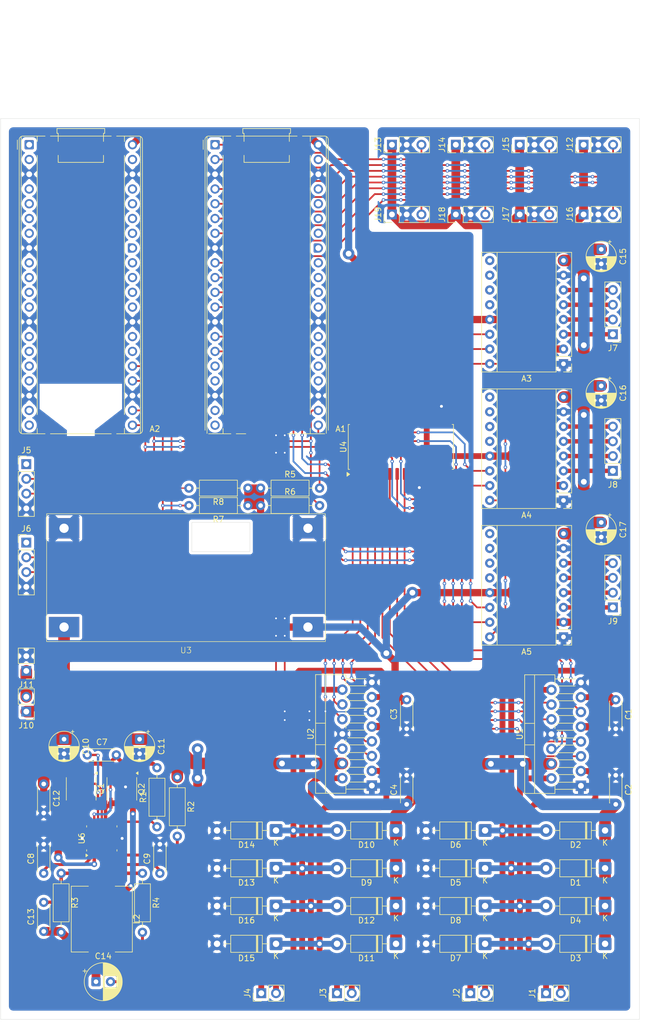
<source format=kicad_pcb>
(kicad_pcb (version 20241229) (generator "pcbnew") (generator_version "9.0")
  (layers (0 "F.Cu" signal) (2 "B.Cu" signal) (13 "F.Paste" user) (15 "B.Paste" user) (5 "F.SilkS" user "F.Silkscreen") (7 "B.SilkS" user "B.Silkscreen") (1 "F.Mask" user) (3 "B.Mask" user) (25 "Edge.Cuts" user))
  (net 0 "")
  (net 3 "I2C 0 SCL")
  (net 4 "Motor 2 Activation Pin")
  (net 5 "GNDPWR")
  (net 7 "Servo 3 PWM")
  (net 8 "Servo 8 PWM")
  (net 10 "Servo 2 PWM")
  (net 13 "+5VL")
  (net 14 "Servo 7 PWM")
  (net 16 "Servo 4 PWM")
  (net 18 "Servo 5 PWM")
  (net 20 "Motor 1 Activation Pin")
  (net 23 "Servo 1 PWM")
  (net 24 "Servo 6 PWM")
  (net 28 "Motor 3 Activation Pin")
  (net 30 "I2C 0 SDA")
  (net 33 "Motor 4 Activation Pin")
  (net 45 "I2C 1 SCL")
  (net 53 "I2C 1 SDA")
  (net 68 "Net-(A3-1A)")
  (net 69 "Net-(A3-1B)")
  (net 70 "Stepper 3 Sleep")
  (net 71 "Net-(A3-2A)")
  (net 72 "Steppers Dir")
  (net 73 "Stepper 3 Step")
  (net 74 "+12V")
  (net 75 "Net-(A3-2B)")
  (net 78 "Net-(A4-1B)")
  (net 80 "Stepper 1 Sleep")
  (net 81 "Net-(A4-2A)")
  (net 82 "Net-(A4-1A)")
  (net 85 "Net-(A4-2B)")
  (net 86 "Stepper 1 Step")
  (net 89 "Stepper 2 Sleep")
  (net 90 "Net-(A5-1B)")
  (net 91 "Net-(A5-1A)")
  (net 92 "Net-(A5-2A)")
  (net 93 "Stepper 2 Step")
  (net 96 "Net-(A5-2B)")
  (net 97 "Net-(U6-SW)")
  (net 98 "Net-(U6-BST)")
  (net 99 "Net-(U6-VCC)")
  (net 100 "Net-(U6-SS)")
  (net 101 "Net-(U6-FB)")
  (net 102 "+5VP")
  (net 103 "Net-(C14-Pad2)")
  (net 104 "Net-(D1-A)")
  (net 105 "Net-(D2-A)")
  (net 106 "Net-(D3-A)")
  (net 107 "Net-(D4-A)")
  (net 108 "Net-(D13-K)")
  (net 109 "Net-(D10-A)")
  (net 110 "Net-(D11-A)")
  (net 111 "Net-(D12-A)")
  (net 112 "Net-(J10-Pin_2)")
  (net 113 "Net-(Q1-G)")
  (net 114 "Net-(Q2-G)")
  (net 115 "Net-(U6-ILIM)")
  (net 116 "Net-(U6-RON)")
  (net 117 "Motor 1 Direction Pin 2")
  (net 118 "Motor 1 Direction Pin 1")
  (net 119 "Motor 2 Direction Pin 2")
  (net 120 "Motor 2 Direction Pin 1")
  (net 121 "Motor 4 Direction Pin 2")
  (net 122 "Motor 3 Direction Pin 1")
  (net 123 "Motor 3 Direction Pin 2")
  (net 124 "Motor 4 Direction Pin 1")
  (footprint "Connector_PinHeader_2.54mm:PinHeader_1x02_P2.54mm_Vertical" (layer "F.Cu") (at 235.5 218 90)
    (property "Reference" "J3")
    (property "Value" "Motor 2 Conn")
  )
  (footprint "Inductor_SMD:L_APV_APH1040" (layer "F.Cu") (at 195 205.25 -90)
    (property "Reference" "L2")
    (property "Value" "1.8uH")
  )
  (footprint "Capacitor_THT:C_Disc_D4.3mm_W1.9mm_P5.00mm" (layer "F.Cu") (at 185 197.3625 90)
    (property "Reference" "C8")
    (property "Value" "2.2uF")
  )
  (footprint "Module:Pololu_Breakout-16_15.2x20.3mm" (layer "F.Cu") (at 274.5 109.7 180)
    (property "Reference" "A3")
    (property "Value" "Pololu_Breakout_A4988")
  )
  (footprint "Package_SO:SOIC-8_3.9x4.9mm_P1.27mm" (layer "F.Cu") (at 198.45 182.8375 -90)
    (property "Reference" "Q2")
    (property "Value" "IRF8714PBF")
  )
  (footprint "Resistor_THT:R_Axial_DIN0207_L6.3mm_D2.5mm_P10.16mm_Horizontal" (layer "F.Cu") (at 208 180.84 -90)
    (property "Reference" "R2")
    (property "Value" "82.5kΩ")
  )
  (footprint "Diode_THT:D_DO-41_SOD81_P10.16mm_Horizontal" (layer "F.Cu") (at 281.66 209.5 180)
    (property "Reference" "D3")
    (property "Value" "1N4007")
  )
  (footprint "Connector_PinHeader_2.54mm:PinHeader_1x03_P2.54mm_Vertical" (layer "F.Cu") (at 277.96 72 90)
    (property "Reference" "J12")
    (property "Value" "Servo 4 Conn")
  )
  (footprint "Diode_THT:D_DO-41_SOD81_P10.16mm_Horizontal" (layer "F.Cu") (at 261 196.5 180)
    (property "Reference" "D5")
    (property "Value" "1N4007")
  )
  (footprint "Connector_PinHeader_2.54mm:PinHeader_1x04_P2.54mm_Vertical" (layer "F.Cu") (at 283 151.62 180)
    (property "Reference" "J9")
    (property "Value" "Stepper 3 Conn")
  )
  (footprint "Diode_THT:D_DO-41_SOD81_P10.16mm_Horizontal" (layer "F.Cu") (at 225 209.5 180)
    (property "Reference" "D15")
    (property "Value" "1N4007")
  )
  (footprint "Connector_PinHeader_2.54mm:PinHeader_1x04_P2.54mm_Vertical" (layer "F.Cu") (at 182 140.46)
    (property "Reference" "J6")
    (property "Value" "I2C 1 Conn")
  )
  (footprint "Module:RaspberryPi_Pico_Common_THT" (layer "F.Cu") (at 182.5 72)
    (property "Reference" "A2")
    (property "Value" "RaspberryPi_Pico_W")
  )
  (footprint "Connector_PinHeader_2.54mm:PinHeader_1x03_P2.54mm_Vertical" (layer "F.Cu") (at 244.96 72 90)
    (property "Reference" "J13")
    (property "Value" "Servo 1 Conn")
  )
  (footprint "Capacitor_THT:C_Disc_D4.3mm_W1.9mm_P5.00mm" (layer "F.Cu") (at 185 207.3625 90)
    (property "Reference" "C13")
    (property "Value" "120pF")
  )
  (footprint "Package_SO:HTSSOP-14-1EP_4.4x5mm_P0.65mm_EP3.4x5mm_Mask3x3.1mm" (layer "F.Cu") (at 195 191.3625 90)
    (property "Reference" "U6")
    (property "Value" "LM3150MH")
  )
  (footprint "Module:Pololu_Breakout-16_15.2x20.3mm" (layer "F.Cu") (at 274.5 133.2 180)
    (property "Reference" "A4")
    (property "Value" "Pololu_Breakout_A4988")
  )
  (footprint "Connector_PinHeader_2.54mm:PinHeader_1x03_P2.54mm_Vertical" (layer "F.Cu") (at 255.96 72 90)
    (property "Reference" "J14")
    (property "Value" "Servo 2 Conn")
  )
  (footprint "Connector_PinHeader_2.54mm:PinHeader_1x02_P2.54mm_Vertical" (layer "F.Cu") (at 258.46 218 90)
    (property "Reference" "J2")
    (property "Value" "Motor 1 Conn")
  )
  (footprint "Connector_PinHeader_2.54mm:PinHeader_1x02_P2.54mm_Vertical" (layer "F.Cu") (at 271.5 218 90)
    (property "Reference" "J1")
    (property "Value" "Motor 0 Conn")
  )
  (footprint "Capacitor_THT:C_Disc_D4.3mm_W1.9mm_P5.00mm" (layer "F.Cu") (at 283.5 180.5 -90)
    (property "Reference" "C2")
    (property "Value" "100nF")
  )
  (footprint "Diode_THT:D_DO-41_SOD81_P10.16mm_Horizontal" (layer "F.Cu") (at 261 203 180)
    (property "Reference" "D8")
    (property "Value" "1N4007")
  )
  (footprint "Capacitor_THT:CP_Radial_D5.0mm_P2.50mm" (layer "F.Cu") (at 281 137 -90)
    (property "Reference" "C17")
    (property "Value" "100uF")
  )
  (footprint "Capacitor_THT:CP_Radial_D5.0mm_P2.50mm" (layer "F.Cu") (at 281 113.5 -90)
    (property "Reference" "C16")
    (property "Value" "100uF")
  )
  (footprint "Diode_THT:D_DO-41_SOD81_P10.16mm_Horizontal" (layer "F.Cu") (at 245.66 203 180)
    (property "Reference" "D12")
    (property "Value" "1N4007")
  )
  (footprint "Diode_THT:D_DO-41_SOD81_P10.16mm_Horizontal" (layer "F.Cu") (at 261 209.5 180)
    (property "Reference" "D7")
    (property "Value" "1N4007")
  )
  (footprint "LM2596S-Module:LM2596S-Module" (layer "F.Cu") (at 209.5 146.5)
    (property "Reference" "U3")
    (property "Value" "~")
    (fp_rect (start 1 -9.5) (end 11 -4.5) (stroke (width 0.05)) (fill no) (layer "Edge.Cuts"))
  )
  (footprint "Diode_THT:D_DO-41_SOD81_P10.16mm_Horizontal" (layer "F.Cu") (at 281.66 190 180)
    (property "Reference" "D2")
    (property "Value" "1N4007")
  )
  (footprint "Package_SO:SOIC-8_3.9x4.9mm_P1.27mm" (layer "F.Cu") (at 191.45 182.8375 -90)
    (property "Reference" "Q1")
    (property "Value" "IRF8714PBF")
  )
  (footprint "Capacitor_THT:CP_Radial_D5.0mm_P2.50mm" (layer "F.Cu") (at 281 90 -90)
    (property "Reference" "C15")
    (property "Value" "100uF")
  )
  (footprint "Connector_PinHeader_2.54mm:PinHeader_1x03_P2.54mm_Vertical" (layer "F.Cu") (at 255.96 84 90)
    (property "Reference" "J18")
    (property "Value" "Servo 7 Conn")
  )
  (footprint "Connector_PinHeader_2.54mm:PinHeader_1x03_P2.54mm_Vertical" (layer "F.Cu") (at 277.96 84 90)
    (property "Reference" "J16")
    (property "Value" "Servo 5 Conn")
  )
  (footprint "Capacitor_THT:CP_Radial_D5.0mm_P2.50mm" (layer "F.Cu") (at 201.5 174.294888 -90)
    (property "Reference" "C11")
    (property "Value" "10uF")
  )
  (footprint "Capacitor_THT:C_Disc_D4.3mm_W1.9mm_P5.00mm" (layer "F.Cu") (at 247.5 172.5 90)
    (property "Reference" "C3")
    (property "Value" "100nF")
  )
  (footprint "Module:RaspberryPi_Pico_Common_THT" (layer "F.Cu") (at 214.5 72)
    (property "Reference" "A1")
    (property "Value" "RaspberryPi_Pico")
  )
  (footprint "Diode_THT:D_DO-41_SOD81_P10.16mm_Horizontal" (layer "F.Cu") (at 245.66 190 180)
    (property "Reference" "D10")
    (property "Value" "1N4007")
  )
  (footprint "Connector_PinHeader_2.54mm:PinHeader_1x03_P2.54mm_Vertical" (layer "F.Cu") (at 266.96 72 90)
    (property "Reference" "J15")
    (property "Value" "Servo 3 Conn")
  )
  (footprint "Resistor_THT:R_Axial_DIN0207_L6.3mm_D2.5mm_P10.16mm_Horizontal" (layer "F.Cu") (at 222.34 131.09)
    (property "Reference" "R5")
    (property "Value" "4.7kΩ")
  )
  (footprint "Connector_PinHeader_2.54mm:PinHeader_1x02_P2.54mm_Vertical" (layer "F.Cu") (at 182 162.54 180)
    (property "Reference" "J11")
    (property "Value" "BAU")
  )
  (footprint "Diode_THT:D_DO-41_SOD81_P10.16mm_Horizontal" (layer "F.Cu") (at 225 203 180)
    (property "Reference" "D16")
    (property "Value" "1N4007")
  )
  (footprint "Capacitor_THT:C_Disc_D4.3mm_W1.9mm_P5.00mm" (layer "F.Cu") (at 185 182 -90)
    (property "Reference" "C12")
    (property "Value" "100nF")
  )
  (footprint "Capacitor_THT:C_Disc_D4.3mm_W1.9mm_P5.00mm" (layer "F.Cu") (at 283.5 167.5 -90)
    (property "Reference" "C1")
    (property "Value" "100nF")
  )
  (footprint "Package_SO:SOIC-28W_7.5x17.9mm_P1.27mm" (layer "F.Cu") (at 246.5 124 90)
    (property "Reference" "U4")
    (property "Value" "MCP23017_SO")
  )
  (footprint "Diode_THT:D_DO-41_SOD81_P10.16mm_Horizontal" (layer "F.Cu") (at 281.66 203 180)
    (property "Reference" "D4")
    (property "Value" "1N4007")
  )
  (footprint "Module:Pololu_Breakout-16_15.2x20.3mm" (layer "F.Cu") (at 274.5 156.7 180)
    (property "Reference" "A5")
    (property "Value" "Pololu_Breakout_A4988")
  )
  (footprint "Connector_PinHeader_2.54mm:PinHeader_1x03_P2.54mm_Vertical" (layer "F.Cu") (at 266.96 84 90)
    (property "Reference" "J17")
    (property "Value" "Servo 6 Conn")
  )
  (footprint "Capacitor_THT:C_Disc_D4.3mm_W1.9mm_P5.00mm" (layer "F.Cu") (at 192.5 177)
    (property "Reference" "C7")
    (property "Value" "470nF")
  )
  (footprint "Diode_THT:D_DO-41_SOD81_P10.16mm_Horizontal" (layer "F.Cu") (at 281.66 196.5 180)
    (property "Reference" "D1")
    (property "Value" "1N4007")
  )
  (footprint "Resistor_THT:R_Axial_DIN0207_L6.3mm_D2.5mm_P10.16mm_Horizontal" (layer "F.Cu") (at 222.34 134.09)
    (property "Reference" "R6")
    (property "Value" "4.7kΩ")
  )
  (footprint "Diode_THT:D_DO-41_SOD81_P10.16mm_Horizontal" (layer "F.Cu") (at 245.66 196.5 180)
    (property "Reference" "D9")
    (property "Value" "1N4007")
  )
  (footprint "Resistor_THT:R_Axial_DIN0207_L6.3mm_D2.5mm_P10.16mm_Horizontal" (layer "F.Cu") (at 220.16 134.09 180)
    (property "Reference" "R7")
    (property "Value" "4.7kΩ")
  )
  (footprint "Resistor_THT:R_Axial_DIN0207_L6.3mm_D2.5mm_P10.16mm_Horizontal" (layer "F.Cu") (at 202 197.3625 -90)
    (property "Reference" "R4")
    (property "Value" "10kΩ")
  )
  (footprint "Capacitor_THT:CP_Radial_D6.3mm_P2.50mm" (layer "F.Cu") (at 194 216.0225)
    (property "Reference" "C14")
    (property "Value" "120uF")
  )
  (footprint "Package_TO_SOT_THT:TO-220-15_P2.54x5.08mm_StaggerOdd_Lead4.58mm_Vertical" (layer "F.Cu") (at 277.5 182.31 90)
    (property "Reference" "U1")
    (property "Value" "L298HN")
  )
  (footprint "Capacitor_THT:C_Disc_D4.3mm_W1.9mm_P5.00mm" (layer "F.Cu") (at 247.5 185.5 90)
    (property "Reference" "C4")
    (property "Value" "100nF")
  )
  (footprint "Resistor_THT:R_Axial_DIN0207_L6.3mm_D2.5mm_P10.16mm_Horizontal" (layer "F.Cu") (at 188 197.3625 -90)
    (property "Reference" "R3")
    (property "Value" "73.2kΩ")
  )
  (footprint "Capacitor_THT:C_Disc_D4.3mm_W1.9mm_P5.00mm" (layer "F.Cu") (at 205 197.3625 90)
    (property "Reference" "C9")
    (property "Value" "15nF")
  )
  (footprint "Connector_PinHeader_2.54mm:PinHeader_1x04_P2.54mm_Vertical" (layer "F.Cu") (at 182 126.96)
    (property "Reference" "J5")
    (property "Value" "I2C 0 Conn")
  )
  (footprint "Diode_THT:D_DO-41_SOD81_P10.16mm_Horizontal" (layer "F.Cu") (at 245.66 209.5 180)
    (property "Reference" "D11")
    (property "Value" "1N4007")
  )
  (footprint "Resistor_THT:R_Axial_DIN0207_L6.3mm_D2.5mm_P10.16mm_Horizontal" (layer "F.Cu") (at 220.16 131.09 180)
    (property "Reference" "R8")
    (property "Value" "4.7kΩ")
  )
  (footprint "Connector_PinHeader_2.54mm:PinHeader_1x03_P2.54mm_Vertical" (layer "F.Cu") (at 244.96 84 90)
    (property "Reference" "J19")
    (property "Value" "Servo 8 Conn")
  )
  (footprint "Package_TO_SOT_THT:TO-220-15_P2.54x5.08mm_StaggerOdd_Lead4.58mm_Vertical" (layer "F.Cu") (at 241.5 182.28 90)
    (property "Reference" "U2")
    (property "Value" "L298HN")
  )
  (footprint "Diode_THT:D_DO-41_SOD81_P10.16mm_Horizontal" (layer "F.Cu") (at 261 190 180)
    (property "Reference" "D6")
    (property "Value" "1N4007")
  )
  (footprint "Connector_PinHeader_2.54mm:PinHeader_1x04_P2.54mm_Vertical" (layer "F.Cu") (at 283 128.12 180)
    (property "Reference" "J8")
    (property "Value" "Stepper 2 Conn")
  )
  (footprint "Diode_THT:D_DO-41_SOD81_P10.16mm_Horizontal" (layer "F.Cu") (at 225 190 180)
    (property "Reference" "D14")
    (property "Value" "1N4007")
  )
  (footprint "Connector_PinHeader_2.54mm:PinHeader_1x02_P2.54mm_Vertical" (layer "F.Cu") (at 222.46 218 90)
    (property "Reference" "J4")
    (property "Value" "Motor 3 Conn")
  )
  (footprint "Connector_PinHeader_2.54mm:PinHeader_1x04_P2.54mm_Vertical" (layer "F.Cu") (at 283 104.62 180)
    (property "Reference" "J7")
    (property "Value" "Stepper 1 Conn")
  )
  (footprint "Capacitor_THT:CP_Radial_D5.0mm_P2.50mm" (layer "F.Cu") (at 188.5 174.294888 -90)
    (property "Reference" "C10")
    (property "Value" "10uF")
  )
  (footprint "Diode_THT:D_DO-41_SOD81_P10.16mm_Horizontal" (layer "F.Cu") (at 225 196.5 180)
    (property "Reference" "D13")
    (property "Value" "1N4007")
  )
  (footprint "Resistor_THT:R_Axial_DIN0207_L6.3mm_D2.5mm_P10.16mm_Horizontal" (layer "F.Cu") (at 204.5 189.3625 90)
    (property "Reference" "R1")
    (property "Value" "665Ω")
  )
  (footprint "Connector_PinHeader_2.54mm:PinHeader_1x02_P2.54mm_Vertical" (layer "F.Cu") (at 182 169.54 180)
    (property "Reference" "J10")
    (property "Value" "12V Battery")
  )
  (gr_arc (start 259.75 85.25) (mid 260.457107 85.542893) (end 260.75 86.25) (stroke (width 0.5)) (layer "B.Cu") (net 5))
  (gr_arc (start 260.75 161.75) (mid 260.457107 162.457107) (end 259.75 162.75) (stroke (width 0.5)) (layer "B.Cu") (net 5))
  (gr_arc (start 189.75 162.75) (mid 188.75 161.75) (end 189.75 160.75) (stroke (width 0.5)) (layer "B.Cu") (net 5))
  (gr_arc (start 241.75 87.25) (mid 241.042893 86.957107) (end 240.75 86.25) (stroke (width 0.5)) (layer "B.Cu") (net 5))
  (gr_rect (start 177.58 67.5) (end 287.58 222.5) (stroke (width 0.05)) (fill no) (layer "Edge.Cuts"))
  (segment (start 231.28 117.72) (end 232.28 117.72) (width 0.3) (layer "F.Cu") (net 3))
  (segment (start 231 123) (end 231 118) (width 0.3) (layer "F.Cu") (net 3))
  (segment (start 204 131) (end 202.96 132.04) (width 0.3) (layer "F.Cu") (net 3))
  (segment (start 252.215 128.65) (end 252.215 126.58) (width 0.2) (layer "F.Cu") (net 3))
  (segment (start 203.22 117.72) (end 200.28 117.72) (width 0.3) (layer "F.Cu") (net 3))
  (segment (start 204 123) (end 204 118.5) (width 0.3) (layer "F.Cu") (net 3))
  (segment (start 231 132.59) (end 232.5 134.09) (width 0.3) (layer "F.Cu") (net 3))
  (segment (start 202.96 132.04) (end 182 132.04) (width 0.3) (layer "F.Cu") (net 3))
  (segment (start 231 125) (end 231 132.59) (width 0.3) (layer "F.Cu") (net 3))
  (segment (start 204 118.5) (end 203.22 117.72) (width 0.3) (layer "F.Cu") (net 3))
  (segment (start 204 123) (end 204 131) (width 0.3) (layer "F.Cu") (net 3))
  (segment (start 231 118) (end 231.28 117.72) (width 0.3) (layer "F.Cu") (net 3))
  (segment (start 231 123) (end 208.5 123) (width 0.3) (layer "F.Cu") (net 3))
  (via (at 208.5 123) (size 0.6) (drill 0.3) (layers "F.Cu" "B.Cu") (net 3))
  (via (at 204 123) (size 0.6) (drill 0.3) (layers "F.Cu" "B.Cu") (net 3))
  (via (at 231 123) (size 0.6) (drill 0.3) (layers "F.Cu" "B.Cu") (net 3))
  (via (at 231 125) (size 0.6) (drill 0.3) (layers "F.Cu" "B.Cu") (net 3))
  (segment (start 204 123) (end 208.5 123) (width 0.3) (layer "B.Cu") (net 3))
  (segment (start 231 125) (end 231 123) (width 0.3) (layer "B.Cu") (net 3))
  (segment (start 236 129) (end 234 127) (width 0.3) (layer "F.Cu") (net 4))
  (segment (start 255.5 147.5) (end 255.5 144) (width 0.3) (layer "F.Cu") (net 4))
  (segment (start 275.75 161.25) (end 275.75 160.75) (width 0.3) (layer "F.Cu") (net 4))
  (segment (start 255.5 144) (end 253.5 142) (width 0.3) (layer "F.Cu") (net 4))
  (segment (start 255.5 158) (end 255.5 150.5) (width 0.3) (layer "F.Cu") (net 4))
  (segment (start 275.75 160.75) (end 274 159) (width 0.3) (layer "F.Cu") (net 4))
  (segment (start 236 141) (end 236 129) (width 0.3) (layer "F.Cu") (net 4))
  (segment (start 237 142) (end 236 141) (width 0.3) (layer "F.Cu") (net 4))
  (segment (start 274 159) (end 256.5 159) (width 0.3) (layer "F.Cu") (net 4))
  (segment (start 229.5 122) (end 229.5 99.5) (width 0.3) (layer "F.Cu") (net 4))
  (segment (start 253.5 142) (end 248 142) (width 0.3) (layer "F.Cu") (net 4))
  (segment (start 256.5 159) (end 255.5 158) (width 0.3) (layer "F.Cu") (net 4))
  (segment (start 275.75 163.75) (end 275.75 167.86) (width 0.3) (layer "F.Cu") (net 4))
  (segment (start 275.75 167.86) (end 277.5 169.61) (width 0.3) (layer "F.Cu") (net 4))
  (segment (start 227.4 97.4) (end 214.5 97.4) (width 0.3) (layer "F.Cu") (net 4))
  (segment (start 229.5 99.5) (end 227.4 97.4) (width 0.3) (layer "F.Cu") (net 4))
  (segment (start 234 127) (end 233.5 127) (width 0.3) (layer "F.Cu") (net 4))
  (via (at 233.5 127) (size 0.6) (drill 0.3) (layers "F.Cu" "B.Cu") (net 4))
  (via (at 229.5 122) (size 0.6) (drill 0.3) (layers "F.Cu" "B.Cu") (net 4))
  (via (at 255.5 147.5) (size 0.6) (drill 0.3) (layers "F.Cu" "B.Cu") (net 4))
  (via (at 275.75 161.25) (size 0.6) (drill 0.3) (layers "F.Cu" "B.Cu") (net 4))
  (via (at 275.75 163.75) (size 0.6) (drill 0.3) (layers "F.Cu" "B.Cu") (net 4))
  (via (at 237 142) (size 0.6) (drill 0.3) (layers "F.Cu" "B.Cu") (net 4))
  (via (at 248 142) (size 0.6) (drill 0.3) (layers "F.Cu" "B.Cu") (net 4))
  (via (at 255.5 150.5) (size 0.6) (drill 0.3) (layers "F.Cu" "B.Cu") (net 4))
  (segment (start 229.5 126) (end 230.5 127) (width 0.3) (layer "B.Cu") (net 4))
  (segment (start 229.5 122) (end 229.5 126) (width 0.3) (layer "B.Cu") (net 4))
  (segment (start 230.5 127) (end 233.5 127) (width 0.3) (layer "B.Cu") (net 4))
  (segment (start 255.5 150.5) (end 255.5 147.5) (width 0.3) (layer "B.Cu") (net 4))
  (segment (start 275.75 161.25) (end 275.75 163.75) (width 0.3) (layer "B.Cu") (net 4))
  (segment (start 237 142) (end 248 142) (width 0.3) (layer "B.Cu") (net 4))
  (segment (start 195.65 192.0125) (end 195 191.3625) (width 0.5) (layer "F.Cu") (net 5))
  (segment (start 199.085 180.3625) (end 197.815 180.3625) (width 1) (layer "F.Cu") (net 5))
  (segment (start 196.3 190.0625) (end 195 191.3625) (width 0.5) (layer "F.Cu") (net 5))
  (segment (start 195 191.3625) (end 194.3625 191.3625) (width 0.5) (layer "F.Cu") (net 5))
  (segment (start 193.05 190.05) (end 193.05 188.5) (width 0.5) (layer "F.Cu") (net 5))
  (segment (start 195 191.3625) (end 191.6375 191.3625) (width 1) (layer "F.Cu") (net 5))
  (segment (start 196.3 188.5) (end 196.3 190.0625) (width 0.5) (layer "F.Cu") (net 5))
  (segment (start 200.355 180.3625) (end 199.085 180.3625) (width 1) (layer "F.Cu") (net 5))
  (segment (start 249.675 128.65) (end 249.675 131) (width 1) (layer "F.Cu") (net 5))
  (segment (start 195.65 194.225) (end 195.65 192.0125) (width 0.5) (layer "F.Cu") (net 5))
  (segment (start 253.485 119.35) (end 252.215 119.35) (width 0.6) (layer "F.Cu") (net 5))
  (segment (start 254.755 119.35) (end 253.485 119.35) (width 0.6) (layer "F.Cu") (net 5))
  (segment (start 195 191.3625) (end 198.5 191.3625) (width 1) (layer "F.Cu") (net 5))
  (segment (start 194.3625 191.3625) (end 193.05 190.05) (width 0.5) (layer "F.Cu") (net 5))
  (segment (start 253.485 119.35) (end 253.485 117.015) (width 0.6) (layer "F.Cu") (net 5))
  (segment (start 199.085 182.5) (end 199.085 180.3625) (width 1) (layer "F.Cu") (net 5))
  (via (at 198.5 191.3625) (size 1) (drill 0.5) (layers "F.Cu" "B.Cu") (net 5))
  (via (at 191.6375 191.3625) (size 1) (drill 0.5) (layers "F.Cu" "B.Cu") (net 5))
  (via (at 199.085 182.5) (size 1) (drill 0.5) (layers "F.Cu" "B.Cu") (net 5))
  (via (at 253.485 117.015) (size 1) (drill 0.5) (layers "F.Cu" "B.Cu") (net 5))
  (via (at 249.675 131) (size 1) (drill 0.5) (layers "F.Cu" "B.Cu") (net 5))
  (segment (start 222.616 79.62) (end 214.5 79.62) (width 0.3) (layer "F.Cu") (net 7))
  (segment (start 243.5 76.5) (end 236 76.5) (width 0.3) (layer "F.Cu") (net 7))
  (segment (start 265.5 76.5) (end 257.5 76.5) (width 0.3) (layer "F.Cu") (net 7))
  (segment (start 224 78.236) (end 222.616 79.62) (width 0.3) (layer "F.Cu") (net 7))
  (segment (start 272.04 75.46) (end 271 76.5) (width 0.3) (layer "F.Cu") (net 7))
  (segment (start 234.264 78.236) (end 224 78.236) (width 0.3) (layer "F.Cu") (net 7))
  (segment (start 254.5 76.5) (end 246.5 76.5) (width 0.3) (layer "F.Cu") (net 7))
  (segment (start 271 76.5) (end 268.5 76.5) (width 0.3) (layer "F.Cu") (net 7))
  (segment (start 272.04 72) (end 272.04 75.46) (width 0.3) (layer "F.Cu") (net 7))
  (segment (start 236 76.5) (end 234.264 78.236) (width 0.3) (layer "F.Cu") (net 7))
  (via (at 254.5 76.5) (size 0.6) (drill 0.3) (layers "F.Cu" "B.Cu") (net 7))
  (via (at 268.5 76.5) (size 0.6) (drill 0.3) (layers "F.Cu" "B.Cu") (net 7))
  (via (at 257.5 76.5) (size 0.6) (drill 0.3) (layers "F.Cu" "B.Cu") (net 7))
  (via (at 243.5 76.5) (size 0.6) (drill 0.3) (layers "F.Cu" "B.Cu") (net 7))
  (via (at 265.5 76.5) (size 0.6) (drill 0.3) (layers "F.Cu" "B.Cu") (net 7))
  (via (at 246.5 76.5) (size 0.6) (drill 0.3) (layers "F.Cu" "B.Cu") (net 7))
  (segment (start 246.5 76.5) (end 243.5 76.5) (width 0.3) (layer "B.Cu") (net 7))
  (segment (start 268.5 76.5) (end 265.5 76.5) (width 0.3) (layer "B.Cu") (net 7))
  (segment (start 257.5 76.5) (end 254.5 76.5) (width 0.3) (layer "B.Cu") (net 7))
  (segment (start 250.04 82.54) (end 250.04 84) (width 0.3) (layer "F.Cu") (net 8))
  (segment (start 233.831 91.169) (end 224 91.169) (width 0.3) (layer "F.Cu") (net 8))
  (segment (start 246.5 81.5) (end 249 81.5) (width 0.3) (layer "F.Cu") (net 8))
  (segment (start 220.309 94.86) (end 214.5 94.86) (width 0.3) (layer "F.Cu") (net 8))
  (segment (start 224 91.169) (end 220.309 94.86) (width 0.3) (layer "F.Cu") (net 8))
  (segment (start 249 81.5) (end 250.04 82.54) (width 0.3) (layer "F.Cu") (net 8))
  (segment (start 243.5 81.5) (end 233.831 91.169) (width 0.3) (layer "F.Cu") (net 8))
  (via (at 246.5 81.5) (size 0.6) (drill 0.3) (layers "F.Cu" "B.Cu") (net 8))
  (via (at 243.5 81.5) (size 0.6) (drill 0.3) (layers "F.Cu" "B.Cu") (net 8))
  (segment (start 246.5 81.5) (end 243.5 81.5) (width 0.3) (layer "B.Cu") (net 8))
  (segment (start 234.5 75.5) (end 234.076 75.924) (width 0.3) (layer "F.Cu") (net 10))
  (segment (start 243.5 75.5) (end 234.5 75.5) (width 0.3) (layer "F.Cu") (net 10))
  (segment (start 222.54 74.54) (end 214.5 74.54) (width 0.3) (layer "F.Cu") (net 10))
  (segment (start 254.5 75.5) (end 246.5 75.5) (width 0.3) (layer "F.Cu") (net 10))
  (segment (start 260 75.5) (end 261.04 74.46) (width 0.3) (layer "F.Cu") (net 10))
  (segment (start 223.924 75.924) (end 222.54 74.54) (width 0.3) (layer "F.Cu") (net 10))
  (segment (start 261.04 74.46) (end 261.04 72) (width 0.3) (layer "F.Cu") (net 10))
  (segment (start 257.5 75.5) (end 260 75.5) (width 0.3) (layer "F.Cu") (net 10))
  (segment (start 234.076 75.924) (end 223.924 75.924) (width 0.3) (layer "F.Cu") (net 10))
  (via (at 254.5 75.5) (size 0.6) (drill 0.3) (layers "F.Cu" "B.Cu") (net 10))
  (via (at 243.5 75.5) (size 0.6) (drill 0.3) (layers "F.Cu" "B.Cu") (net 10))
  (via (at 257.5 75.5) (size 0.6) (drill 0.3) (layers "F.Cu" "B.Cu") (net 10))
  (via (at 246.5 75.5) (size 0.6) (drill 0.3) (layers "F.Cu" "B.Cu") (net 10))
  (segment (start 246.5 75.5) (end 243.5 75.5) (width 0.3) (layer "B.Cu") (net 10))
  (segment (start 257.5 75.5) (end 254.5 75.5) (width 0.3) (layer "B.Cu") (net 10))
  (segment (start 245.5 166.28) (end 246.72 167.5) (width 1.25) (layer "F.Cu") (net 13))
  (segment (start 265.08 149.08) (end 270.16 144) (width 1.25) (layer "F.Cu") (net 13))
  (segment (start 222.34 134.09) (end 222.34 131.09) (width 1.25) (layer "F.Cu") (net 13))
  (segment (start 274.5 130.66) (end 270.16 130.66) (width 1.25) (layer "F.Cu") (net 13))
  (segment (start 245.5 171) (end 244.38 172.12) (width 1.25) (layer "F.Cu") (net 13))
  (segment (start 270.16 154.16) (end 265.08 149.08) (width 1.25) (layer "F.Cu") (net 13))
  (segment (start 244.38 172.12) (end 241.5 172.12) (width 1.25) (layer "F.Cu") (net 13))
  (segment (start 280.2 172.15) (end 281.5 170.85) (width 1.25) (layer "F.Cu") (net 13))
  (segment (start 222.34 131.09) (end 222.34 131.91) (width 1.25) (layer "F.Cu") (net 13))
  (segment (start 250.945 119.35) (end 250.945 125.58) (width 1) (layer "F.Cu") (net 13))
  (segment (start 261.8 102.08) (end 265.08 102.08) (width 1.25) (layer "F.Cu") (net 13))
  (segment (start 249.515 125.58) (end 248.405 126.69) (width 1) (layer "F.Cu") (net 13))
  (segment (start 283 167.5) (end 283.5 167.5) (width 1.25) (layer "F.Cu") (net 13))
  (segment (start 270.16 120.5) (end 265.08 125.58) (width 1.25) (layer "F.Cu") (net 13))
  (segment (start 220.16 134.09) (end 220.16 131.09) (width 1.25) (layer "F.Cu") (net 13))
  (segment (start 230.5 155) (end 223 155) (width 1.25) (layer "F.Cu") (net 13))
  (segment (start 270.16 130.66) (end 265.08 125.58) (width 1.25) (layer "F.Cu") (net 13))
  (segment (start 251 125.58) (end 249.515 125.58) (width 1) (layer "F.Cu") (net 13))
  (segment (start 265.08 149.08) (end 261.8 149.08) (width 1.25) (layer "F.Cu") (net 13))
  (segment (start 274.5 154.16) (end 280.16 154.16) (width 1.25) (layer "F.Cu") (net 13))
  (segment (start 245.5 168.72) (end 245.5 171) (width 1.25) (layer "F.Cu") (net 13))
  (segment (start 245.5 161) (end 245.5 166.28) (width 1.25) (layer "F.Cu") (net 13))
  (segment (start 232.28 72) (end 230.28 70) (width 1.25) (layer "F.Cu") (net 13))
  (segment (start 222.34 134.09) (end 220.16 134.09) (width 1.25) (layer "F.Cu") (net 13))
  (segment (start 248.83 102.08) (end 261.8 102.08) (width 1.25) (layer "F.Cu") (net 13))
  (segment (start 202.28 70) (end 200.28 72) (width 1.25) (layer "F.Cu") (net 13))
  (segment (start 277.34 172.15) (end 280.2 172.15) (width 1.25) (layer "F.Cu") (net 13))
  (segment (start 270.16 130.66) (end 270.16 144) (width 1.25) (layer "F.Cu") (net 13))
  (segment (start 261.8 125.58) (end 252 125.58) (width 1) (layer "F.Cu") (net 13))
  (segment (start 281.5 166) (end 283 167.5) (width 1.25) (layer "F.Cu") (net 13))
  (segment (start 265.08 125.58) (end 261.8 125.58) (width 1.25) (layer "F.Cu") (net 13))
  (segment (start 280.16 154.16) (end 281.5 155.5) (width 1.25) (layer "F.Cu") (net 13))
  (segment (start 246.72 167.5) (end 245.5 168.72) (width 1.25) (layer "F.Cu") (net 13))
  (segment (start 270.16 107.16) (end 270.16 120.5) (width 1.25) (layer "F.Cu") (net 13))
  (segment (start 220.16 131.09) (end 222.34 131.09) (width 1.25) (layer "F.Cu") (net 13))
  (segment (start 270.16 107.16) (end 274.5 107.16) (width 1.25) (layer "F.Cu") (net 13))
  (segment (start 223 155) (end 222.34 154.34) (width 1.25) (layer "F.Cu") (net 13))
  (segment (start 222.34 131.91) (end 220.16 134.09) (width 1.25) (layer "F.Cu") (net 13))
  (segment (start 222.34 133.27) (end 220.16 131.09) (width 1.25) (layer "F.Cu") (net 13))
  (segment (start 248.405 126.69) (end 248.405 128.65) (width 1) (layer "F.Cu") (net 13))
  (segment (start 237.5 90.75) (end 248.83 102.08) (width 1.25) (layer "F.Cu") (net 13))
  (segment (start 222.34 134.09) (end 222.34 133.27) (width 1.25) (layer "F.Cu") (net 13))
  (segment (start 274.5 154.16) (end 270.16 154.16) (width 1.25) (layer "F.Cu") (net 13))
  (segment (start 281.5 170.85) (end 281.5 169) (width 1.25) (layer "F.Cu") (net 13))
  (segment (start 281.5 155.5) (end 281.5 166) (width 1.25) (layer "F.Cu") (net 13))
  (segment (start 222.34 154.34) (end 222.34 134.09) (width 1.25) (layer "F.Cu") (net 13))
  (segment (start 246.72 167.5) (end 247.5 167.5) (width 1.25) (layer "F.Cu") (net 13))
  (segment (start 244 159.5) (end 245.5 161) (width 1.25) (layer "F.Cu") (net 13))
  (segment (start 230.28 70) (end 202.28 70) (width 1.25) (layer "F.Cu") (net 13))
  (segment (start 265.08 102.08) (end 270.16 107.16) (width 1.25) (layer "F.Cu") (net 13))
  (segment (start 281.5 169) (end 283 167.5) (width 1.25) (layer "F.Cu") (net 13))
  (segment (start 261.8 149.08) (end 248.485 149.08) (width 1.25) (layer "F.Cu") (net 13))
  (via (at 237.5 90.75) (size 2) (drill 1) (layers "F.Cu" "B.Cu") (net 13))
  (via (at 244 159.5) (size 2) (drill 1) (layers "F.Cu" "B.Cu") (net 13))
  (via (at 248.485 149.08) (size 2) (drill 1) (layers "F.Cu" "B.Cu") (net 13))
  (segment (start 244 159.5) (end 239.5 155) (width 1.25) (layer "B.Cu") (net 13))
  (segment (start 248.485 149.08) (end 248.42 149.08) (width 1.25) (layer "B.Cu") (net 13))
  (segment (start 244 159.5) (end 244 153.5) (width 1.25) (layer "B.Cu") (net 13))
  (segment (start 248.42 149.08) (end 244 153.5) (width 1.25) (layer "B.Cu") (net 13))
  (segment (start 237.5 90.75) (end 237.5 77.22) (width 1.25) (layer "B.Cu") (net 13))
  (segment (start 237.5 77.22) (end 232.28 72) (width 1.25) (layer "B.Cu") (net 13))
  (segment (start 239.5 155) (end 230.5 155) (width 1.25) (layer "B.Cu") (net 13))
  (segment (start 220.18 92.32) (end 214.5 92.32) (width 0.3) (layer "F.Cu") (net 14))
  (segment (start 234 88.5) (end 224 88.5) (width 0.3) (layer "F.Cu") (net 14))
  (segment (start 261.04 81.54) (end 261.04 84) (width 0.3) (layer "F.Cu") (net 14))
  (segment (start 260 80.5) (end 261.04 81.54) (width 0.3) (layer "F.Cu") (net 14))
  (segment (start 242 80.5) (end 234 88.5) (width 0.3) (layer "F.Cu") (net 14))
  (segment (start 254.5 80.5) (end 246.5 80.5) (width 0.3) (layer "F.Cu") (net 14))
  (segment (start 243.5 80.5) (end 242 80.5) (width 0.3) (layer "F.Cu") (net 14))
  (segment (start 257.5 80.5) (end 260 80.5) (width 0.3) (layer "F.Cu") (net 14))
  (segment (start 224 88.5) (end 220.18 92.32) (width 0.3) (layer "F.Cu") (net 14))
  (via (at 246.5 80.5) (size 0.6) (drill 0.3) (layers "F.Cu" "B.Cu") (net 14))
  (via (at 257.5 80.5) (size 0.6) (drill 0.3) (layers "F.Cu" "B.Cu") (net 14))
  (via (at 243.5 80.5) (size 0.6) (drill 0.3) (layers "F.Cu" "B.Cu") (net 14))
  (via (at 254.5 80.5) (size 0.6) (drill 0.3) (layers "F.Cu" "B.Cu") (net 14))
  (segment (start 257.5 80.5) (end 254.5 80.5) (width 0.3) (layer "B.Cu") (net 14))
  (segment (start 246.5 80.5) (end 243.5 80.5) (width 0.3) (layer "B.Cu") (net 14))
  (segment (start 222.84 82.16) (end 214.5 82.16) (width 0.3) (layer "F.Cu") (net 16))
  (segment (start 257.5 77.5) (end 258 77.5) (width 0.3) (layer "F.Cu") (net 16))
  (segment (start 243.5 77.5) (end 237.5 77.5) (width 0.3) (layer "F.Cu") (net 16))
  (segment (start 279.5 77.5) (end 282 77.5) (width 0.3) (layer "F.Cu") (net 16))
  (segment (start 224 81) (end 222.84 82.16) (width 0.3) (layer "F.Cu") (net 16))
  (segment (start 237.5 77.5) (end 234 81) (width 0.3) (layer "F.Cu") (net 16))
  (segment (start 283.04 76.46) (end 283.04 72) (width 0.3) (layer "F.Cu") (net 16))
  (segment (start 276.5 77.5) (end 268.5 77.5) (width 0.3) (layer "F.Cu") (net 16))
  (segment (start 265.5 77.5) (end 257.5 77.5) (width 0.3) (layer "F.Cu") (net 16))
  (segment (start 254.5 77.5) (end 246.5 77.5) (width 0.3) (layer "F.Cu") (net 16))
  (segment (start 234 81) (end 224 81) (width 0.3) (layer "F.Cu") (net 16))
  (segment (start 282 77.5) (end 283.04 76.46) (width 0.3) (layer "F.Cu") (net 16))
  (via (at 268.5 77.5) (size 0.6) (drill 0.3) (layers "F.Cu" "B.Cu") (net 16))
  (via (at 276.5 77.5) (size 0.6) (drill 0.3) (layers "F.Cu" "B.Cu") (net 16))
  (via (at 279.5 77.5) (size 0.6) (drill 0.3) (layers "F.Cu" "B.Cu") (net 16))
  (via (at 243.5 77.5) (size 0.6) (drill 0.3) (layers "F.Cu" "B.Cu") (net 16))
  (via (at 257.5 77.5) (size 0.6) (drill 0.3) (layers "F.Cu" "B.Cu") (net 16))
  (via (at 254.5 77.5) (size 0.6) (drill 0.3) (layers "F.Cu" "B.Cu") (net 16))
  (via (at 265.5 77.5) (size 0.6) (drill 0.3) (layers "F.Cu" "B.Cu") (net 16))
  (via (at 246.5 77.5) (size 0.6) (drill 0.3) (layers "F.Cu" "B.Cu") (net 16))
  (segment (start 246.5 77.5) (end 243.5 77.5) (width 0.3) (layer "B.Cu") (net 16))
  (segment (start 257.5 77.5) (end 254.5 77.5) (width 0.3) (layer "B.Cu") (net 16))
  (segment (start 279.5 77.5) (end 276.5 77.5) (width 0.3) (layer "B.Cu") (net 16))
  (segment (start 268.5 77.5) (end 265.5 77.5) (width 0.3) (layer "B.Cu") (net 16))
  (segment (start 276.5 78.5) (end 268.5 78.5) (width 0.3) (layer "F.Cu") (net 18))
  (segment (start 224 83.5) (end 222.8 84.7) (width 0.3) (layer "F.Cu") (net 18))
  (segment (start 265.5 78.5) (end 257.5 78.5) (width 0.3) (layer "F.Cu") (net 18))
  (segment (start 254.5 78.5) (end 246.5 78.5) (width 0.3) (layer "F.Cu") (net 18))
  (segment (start 243.5 78.5) (end 239 78.5) (width 0.3) (layer "F.Cu") (net 18))
  (segment (start 282 78.5) (end 283.04 79.54) (width 0.3) (layer "F.Cu") (net 18))
  (segment (start 239 78.5) (end 234 83.5) (width 0.3) (layer "F.Cu") (net 18))
  (segment (start 283.04 79.54) (end 283.04 84) (width 0.3) (layer "F.Cu") (net 18))
  (segment (start 234 83.5) (end 224 83.5) (width 0.3) (layer "F.Cu") (net 18))
  (segment (start 222.8 84.7) (end 214.5 84.7) (width 0.3) (layer "F.Cu") (net 18))
  (segment (start 279.5 78.5) (end 282 78.5) (width 0.3) (layer "F.Cu") (net 18))
  (via (at 257.5 78.5) (size 0.6) (drill 0.3) (layers "F.Cu" "B.Cu") (net 18))
  (via (at 254.5 78.5) (size 0.6) (drill 0.3) (layers "F.Cu" "B.Cu") (net 18))
  (via (at 265.5 78.5) (size 0.6) (drill 0.3) (layers "F.Cu" "B.Cu") (net 18))
  (via (at 279.5 78.5) (size 0.6) (drill 0.3) (layers "F.Cu" "B.Cu") (net 18))
  (via (at 276.5 78.5) (size 0.6) (drill 0.3) (layers "F.Cu" "B.Cu") (net 18))
  (via (at 268.5 78.5) (size 0.6) (drill 0.3) (layers "F.Cu" "B.Cu") (net 18))
  (via (at 243.5 78.5) (size 0.6) (drill 0.3) (layers "F.Cu" "B.Cu") (net 18))
  (via (at 246.5 78.5) (size 0.6) (drill 0.3) (layers "F.Cu" "B.Cu") (net 18))
  (segment (start 268.5 78.5) (end 265.5 78.5) (width 0.3) (layer "B.Cu") (net 18))
  (segment (start 246.5 78.5) (end 243.5 78.5) (width 0.3) (layer "B.Cu") (net 18))
  (segment (start 279.5 78.5) (end 276.5 78.5) (width 0.3) (layer "B.Cu") (net 18))
  (segment (start 257.5 78.5) (end 254.5 78.5) (width 0.3) (layer "B.Cu") (net 18))
  (segment (start 274.25 161) (end 273.75 160.5) (width 0.3) (layer "F.Cu") (net 20))
  (segment (start 236.5 143.5) (end 234.5 141.5) (width 0.3) (layer "F.Cu") (net 20))
  (segment (start 228 122) (end 228 101) (width 0.3) (layer "F.Cu") (net 20))
  (segment (start 254 144.5) (end 253 143.5) (width 0.3) (layer "F.Cu") (net 20))
  (segment (start 273.75 160.5) (end 256 160.5) (width 0.3) (layer "F.Cu") (net 20))
  (segment (start 226.94 99.94) (end 214.5 99.94) (width 0.3) (layer "F.Cu") (net 20))
  (segment (start 233.5 128.520237) (end 233.5 128.5) (width 0.2) (layer "F.Cu") (net 20))
  (segment (start 254 158.5) (end 254 150.545622) (width 0.3) (layer "F.Cu") (net 20))
  (segment (start 228 101) (end 226.94 99.94) (width 0.3) (layer "F.Cu") (net 20))
  (segment (start 234.5 129.520237) (end 233.5 128.520237) (width 0.3) (layer "F.Cu") (net 20))
  (segment (start 256 160.5) (end 254 158.5) (width 0.3) (layer "F.Cu") (net 20))
  (segment (start 274.25 161.25) (end 274.25 161) (width 0.3) (layer "F.Cu") (net 20))
  (segment (start 253 143.5) (end 248 143.5) (width 0.3) (layer "F.Cu") (net 20))
  (segment (start 254 147.5) (end 254 144.5) (width 0.3) (layer "F.Cu") (net 20))
  (segment (start 237 143.5) (end 236.5 143.5) (width 0.3) (layer "F.Cu") (net 20))
  (segment (start 234.5 141.5) (end 234.5 129.520237) (width 0.3) (layer "F.Cu") (net 20))
  (segment (start 274.25 163.75) (end 274.25 173.75) (width 0.3) (layer "F.Cu") (net 20))
  (via (at 254 150.545622) (size 0.6) (drill 0.3) (layers "F.Cu" "B.Cu") (net 20))
  (via (at 228 122) (size 0.6) (drill 0.3) (layers "F.Cu" "B.Cu") (net 20))
  (via (at 254 147.5) (size 0.6) (drill 0.3) (layers "F.Cu" "B.Cu") (net 20))
  (via (at 274.25 161.25) (size 0.6) (drill 0.3) (layers "F.Cu" "B.Cu") (net 20))
  (via (at 248 143.5) (size 0.6) (drill 0.3) (layers "F.Cu" "B.Cu") (net 20))
  (via (at 274.25 173.75) (size 0.6) (drill 0.3) (layers "F.Cu" "B.Cu") (net 20))
  (via (at 233.5 128.5) (size 0.6) (drill 0.3) (layers "F.Cu" "B.Cu") (net 20))
  (via (at 274.25 163.75) (size 0.6) (drill 0.3) (layers "F.Cu" "B.Cu") (net 20))
  (via (at 237 143.5) (size 0.6) (drill 0.3) (layers "F.Cu" "B.Cu") (net 20))
  (segment (start 254 150.545622) (end 254 147.5) (width 0.3) (layer "B.Cu") (net 20))
  (segment (start 230 128.5) (end 228 126.5) (width 0.3) (layer "B.Cu") (net 20))
  (segment (start 237 143.5) (end 248 143.5) (width 0.3) (layer "B.Cu") (net 20))
  (segment (start 274.25 161.25) (end 274.25 163.75) (width 0.3) (layer "B.Cu") (net 20))
  (segment (start 228 126.5) (end 228 122) (width 0.3) (layer "B.Cu") (net 20))
  (segment (start 233.5 128.5) (end 230 128.5) (width 0.3) (layer "B.Cu") (net 20))
  (segment (start 273.29 175.96) (end 272.42 175.96) (width 0.3) (layer "B.Cu") (net 20))
  (segment (start 274.25 175) (end 273.29 175.96) (width 0.3) (layer "B.Cu") (net 20))
  (segment (start 274.25 173.75) (end 274.25 175) (width 0.3) (layer "B.Cu") (net 20))
  (segment (start 232.889 73.389) (end 223.889 73.389) (width 0.3) (layer "F.Cu") (net 23))
  (segment (start 250.04 73.46) (end 250.04 72) (width 0.3) (layer "F.Cu") (net 23))
  (segment (start 249 74.5) (end 250.04 73.46) (width 0.3) (layer "F.Cu") (net 23))
  (segment (start 223.889 73.389) (end 222.5 72) (width 0.3) (layer "F.Cu") (net 23))
  (segment (start 234 74.5) (end 232.889 73.389) (width 0.3) (layer "F.Cu") (net 23))
  (segment (start 243.5 74.5) (end 234 74.5) (width 0.3) (layer "F.Cu") (net 23))
  (segment (start 246.5 74.5) (end 249 74.5) (width 0.3) (layer "F.Cu") (net 23))
  (segment (start 222.5 72) (end 214.5 72) (width 0.3) (layer "F.Cu") (net 23))
  (via (at 243.5 74.5) (size 0.6) (drill 0.3) (layers "F.Cu" "B.Cu") (net 23))
  (via (at 246.5 74.5) (size 0.6) (drill 0.3) (layers "F.Cu" "B.Cu") (net 23))
  (segment (start 246.5 74.5) (end 243.5 74.5) (width 0.3) (layer "B.Cu") (net 23))
  (segment (start 243.5 79.5) (end 240.5 79.5) (width 0.3) (layer "F.Cu") (net 24))
  (segment (start 222.611 87.24) (end 214.5 87.24) (width 0.3) (layer "F.Cu") (net 24))
  (segment (start 268.5 79.5) (end 271 79.5) (width 0.3) (layer "F.Cu") (net 24))
  (segment (start 240.5 79.5) (end 234.149 85.851) (width 0.3) (layer "F.Cu") (net 24))
  (segment (start 224 85.851) (end 222.611 87.24) (width 0.3) (layer "F.Cu") (net 24))
  (segment (start 234.149 85.851) (end 224 85.851) (width 0.3) (layer "F.Cu") (net 24))
  (segment (start 265.5 79.5) (end 257.5 79.5) (width 0.3) (layer "F.Cu") (net 24))
  (segment (start 272.04 80.54) (end 272.04 84) (width 0.3) (layer "F.Cu") (net 24))
  (segment (start 254.5 79.5) (end 246.5 79.5) (width 0.3) (layer "F.Cu") (net 24))
  (segment (start 271 79.5) (end 272.04 80.54) (width 0.3) (layer "F.Cu") (net 24))
  (via (at 246.5 79.5) (size 0.6) (drill 0.3) (layers "F.Cu" "B.Cu") (net 24))
  (via (at 257.5 79.5) (size 0.6) (drill 0.3) (layers "F.Cu" "B.Cu") (net 24))
  (via (at 254.5 79.5) (size 0.6) (drill 0.3) (layers "F.Cu" "B.Cu") (net 24))
  (via (at 243.5 79.5) (size 0.6) (drill 0.3) (layers "F.Cu" "B.Cu") (net 24))
  (via (at 265.5 79.5) (size 0.6) (drill 0.3) (layers "F.Cu" "B.Cu") (net 24))
  (via (at 268.5 79.5) (size 0.6) (drill 0.3) (layers "F.Cu" "B.Cu") (net 24))
  (segment (start 246.5 79.5) (end 243.5 79.5) (width 0.3) (layer "B.Cu") (net 24))
  (segment (start 268.5 79.5) (end 265.5 79.5) (width 0.3) (layer "B.Cu") (net 24))
  (segment (start 257.5 79.5) (end 254.5 79.5) (width 0.3) (layer "B.Cu") (net 24))
  (segment (start 232.560713 171) (end 233.5 171.939287) (width 0.2) (layer "F.Cu") (net 28))
  (segment (start 226.5 171) (end 226 171) (width 0.3) (layer "F.Cu") (net 28))
  (segment (start 214.5 107.56) (end 224.06 107.56) (width 0.3) (layer "F.Cu") (net 28))
  (segment (start 226 171) (end 225 170) (width 0.3) (layer "F.Cu") (net 28))
  (segment (start 224.06 107.56) (end 225 108.5) (width 0.3) (layer "F.Cu") (net 28))
  (segment (start 225 108.5) (end 225 122) (width 0.3) (layer "F.Cu") (net 28))
  (segment (start 230.75 171) (end 232.560713 171) (width 0.2) (layer "F.Cu") (net 28))
  (segment (start 233.5 171.939287) (end 233.5 175) (width 0.2) (layer "F.Cu") (net 28))
  (segment (start 233.5 175) (end 234.43 175.93) (width 0.2) (layer "F.Cu") (net 28))
  (segment (start 234.43 175.93) (end 236.42 175.93) (width 0.2) (layer "F.Cu") (net 28))
  (segment (start 225 125) (end 225 153.5) (width 0.3) (layer "F.Cu") (net 28))
  (segment (start 225 170) (end 225 156.5) (width 0.3) (layer "F.Cu") (net 28))
  (via (at 226.5 171) (size 0.6) (drill 0.3) (layers "F.Cu" "B.Cu") (net 28))
  (via (at 230.75 171) (size 0.6) (drill 0.3) (layers "F.Cu" "B.Cu") (net 28))
  (via (at 225 156.5) (size 0.6) (drill 0.3) (layers "F.Cu" "B.Cu") (net 28))
  (via (at 225 122) (size 0.6) (drill 0.3) (layers "F.Cu" "B.Cu") (net 28))
  (via (at 225 125) (size 0.6) (drill 0.3) (layers "F.Cu" "B.Cu") (net 28))
  (via (at 225 153.5) (size 0.6) (drill 0.3) (layers "F.Cu" "B.Cu") (net 28))
  (segment (start 225 153.5) (end 225 156.5) (width 0.3) (layer "B.Cu") (net 28))
  (segment (start 230.75 171) (end 226.5 171) (width 0.2) (layer "B.Cu") (net 28))
  (segment (start 225 122) (end 225 125) (width 0.3) (layer "B.Cu") (net 28))
  (segment (start 202.5 124) (end 202.5 121) (width 0.3) (layer "F.Cu") (net 30))
  (segment (start 232.5 124.72) (end 232.5 131.09) (width 0.3) (layer "F.Cu") (net 30))
  (segment (start 202.5 128.5) (end 201.5 129.5) (width 0.3) (layer "F.Cu") (net 30))
  (segment (start 253.485 128.65) (end 253.485 126.58) (width 0.2) (layer "F.Cu") (net 30))
  (segment (start 201.5 129.5) (end 182 129.5) (width 0.3) (layer "F.Cu") (net 30))
  (segment (start 231.78 124) (end 232.5 124.72) (width 0.3) (layer "F.Cu") (net 30))
  (segment (start 231.78 124) (end 232.28 123.5) (width 0.3) (layer "F.Cu") (net 30))
  (segment (start 232.28 123.5) (end 232.28 120.26) (width 0.3) (layer "F.Cu") (net 30))
  (segment (start 201.76 120.26) (end 200.28 120.26) (width 0.3) (layer "F.Cu") (net 30))
  (segment (start 208.5 124) (end 231.78 124) (width 0.3) (layer "F.Cu") (net 30))
  (segment (start 202.5 121) (end 201.76 120.26) (width 0.3) (layer "F.Cu") (net 30))
  (segment (start 202.5 124) (end 202.5 128.5) (width 0.3) (layer "F.Cu") (net 30))
  (segment (start 200.5 120.41) (end 200.78 120.13) (width 0.2) (layer "F.Cu") (net 30))
  (via (at 208.5 124) (size 0.6) (drill 0.3) (layers "F.Cu" "B.Cu") (net 30))
  (via (at 202.5 124) (size 0.6) (drill 0.3) (layers "F.Cu" "B.Cu") (net 30))
  (segment (start 202.5 124) (end 208.5 124) (width 0.3) (layer "B.Cu") (net 30))
  (segment (start 226.5 107.236912) (end 226.5 122) (width 0.3) (layer "F.Cu") (net 33))
  (segment (start 214.5 105.02) (end 224.283088 105.02) (width 0.3) (layer "F.Cu") (net 33))
  (segment (start 233.5 169.5) (end 230.75 169.5) (width 0.2) (layer "F.Cu") (net 33))
  (segment (start 224.283088 105.02) (end 226.5 107.236912) (width 0.3) (layer "F.Cu") (net 33))
  (segment (start 226.5 169.5) (end 226.5 156.5) (width 0.3) (layer "F.Cu") (net 33))
  (segment (start 226.5 125) (end 226.5 153.5) (width 0.3) (layer "F.Cu") (net 33))
  (via (at 233.5 169.5) (size 0.6) (drill 0.3) (layers "F.Cu" "B.Cu") (net 33))
  (via (at 226.5 156.5) (size 0.6) (drill 0.3) (layers "F.Cu" "B.Cu") (net 33))
  (via (at 226.5 125) (size 0.6) (drill 0.3) (layers "F.Cu" "B.Cu") (net 33))
  (via (at 226.5 153.5) (size 0.6) (drill 0.3) (layers "F.Cu" "B.Cu") (net 33))
  (via (at 226.5 169.5) (size 0.6) (drill 0.3) (layers "F.Cu" "B.Cu") (net 33))
  (via (at 230.75 169.5) (size 0.6) (drill 0.3) (layers "F.Cu" "B.Cu") (net 33))
  (via (at 226.5 122) (size 0.6) (drill 0.3) (layers "F.Cu" "B.Cu") (net 33))
  (segment (start 226.5 153.5) (end 226.5 156.5) (width 0.3) (layer "B.Cu") (net 33))
  (segment (start 233.5 169.5) (end 233.58 169.58) (width 0.2) (layer "B.Cu") (net 33))
  (segment (start 233.58 169.58) (end 241.5 169.58) (width 0.2) (layer "B.Cu") (net 33))
  (segment (start 226.5 122) (end 226.5 125) (width 0.3) (layer "B.Cu") (net 33))
  (segment (start 230.75 169.5) (end 226.5 169.5) (width 0.2) (layer "B.Cu") (net 33))
  (segment (start 207.09 131.09) (end 207 131) (width 0.2) (layer "F.Cu") (net 45))
  (segment (start 205.96 145.54) (end 207 144.5) (width 0.3) (layer "F.Cu") (net 45))
  (segment (start 207 126.5) (end 207 111) (width 0.3) (layer "F.Cu") (net 45))
  (segment (start 207 111) (end 206.1 110.1) (width 0.3) (layer "F.Cu") (net 45))
  (segment (start 207 131) (end 207 126.5) (width 0.3) (layer "F.Cu") (net 45))
  (segment (start 182 145.54) (end 205.96 145.54) (width 0.3) (layer "F.Cu") (net 45))
  (segment (start 207 144.5) (end 207 131) (width 0.3) (layer "F.Cu") (net 45))
  (segment (start 210 131.09) (end 207.09 131.09) (width 0.2) (layer "F.Cu") (net 45))
  (segment (start 206.1 110.1) (end 200.28 110.1) (width 0.3) (layer "F.Cu") (net 45))
  (segment (start 204.5 143) (end 205.5 142) (width 0.3) (layer "F.Cu") (net 53))
  (segment (start 208.5 134.09) (end 210 134.09) (width 0.3) (layer "F.Cu") (net 53))
  (segment (start 205.5 142) (end 205.5 129.5) (width 0.3) (layer "F.Cu") (net 53))
  (segment (start 204.64 112.64) (end 200.28 112.64) (width 0.3) (layer "F.Cu") (net 53))
  (segment (start 205.5 113.5) (end 204.64 112.64) (width 0.3) (layer "F.Cu") (net 53))
  (segment (start 205.5 129.5) (end 205.5 113.5) (width 0.3) (layer "F.Cu") (net 53))
  (segment (start 182 143) (end 204.5 143) (width 0.3) (layer "F.Cu") (net 53))
  (via (at 205.5 134.09) (size 0.6) (drill 0.3) (layers "F.Cu" "B.Cu") (net 53))
  (via (at 208.5 134.09) (size 0.6) (drill 0.3) (layers "F.Cu" "B.Cu") (net 53))
  (segment (start 208.5 134.09) (end 205.5 134.09) (width 0.3) (layer "B.Cu") (net 53))
  (segment (start 274.34 102.08) (end 283 102.08) (width 0.75) (layer "F.Cu") (net 68))
  (segment (start 283 104.62) (end 274.34 104.62) (width 0.75) (layer "F.Cu") (net 69))
  (segment (start 258.5 135) (end 258.5 147.5) (width 0.3) (layer "F.Cu") (net 70))
  (segment (start 243.325 119.35) (end 243.325 122.325) (width 0.3) (layer "F.Cu") (net 70))
  (segment (start 248 133) (end 256.5 133) (width 0.3) (layer "F.Cu") (net 70))
  (segment (start 243.325 122.325) (end 246.5 125.5) (width 0.3) (layer "F.Cu") (net 70))
  (segment (start 246.5 125.5) (end 246.5 126.5) (width 0.3) (layer "F.Cu") (net 70))
  (segment (start 259.62 151.62) (end 258.5 150.5) (width 0.3) (layer "F.Cu") (net 70))
  (segment (start 261.8 151.62) (end 259.62 151.62) (width 0.3) (layer "F.Cu") (net 70))
  (segment (start 256.5 133) (end 258.5 135) (width 0.3) (layer "F.Cu") (net 70))
  (via (at 248 133) (size 0.6) (drill 0.3) (layers "F.Cu" "B.Cu") (net 70))
  (via (at 258.5 150.5) (size 0.6) (drill 0.3) (layers "F.Cu" "B.Cu") (net 70))
  (via (at 246.5 126.5) (size 0.6) (drill 0.3) (layers "F.Cu" "B.Cu") (net 70))
  (via (at 258.5 147.5) (size 0.6) (drill 0.3) (layers "F.Cu" "B.Cu") (net 70))
  (segment (start 248 133) (end 247.5 133) (width 0.3) (layer "B.Cu") (net 70))
  (segment (start 258.5 150.5) (end 258.5 147.5) (width 0.3) (layer "B.Cu") (net 70))
  (segment (start 247.5 133) (end 246.5 132) (width 0.3) (layer "B.Cu") (net 70))
  (segment (start 246.5 132) (end 246.5 126.5) (width 0.3) (layer "B.Cu") (net 70))
  (segment (start 283 99.54) (end 274.34 99.54) (width 0.75) (layer "F.Cu") (net 71))
  (segment (start 263.2 109.7) (end 264.5 111) (width 0.3) (layer "F.Cu") (net 72))
  (segment (start 264.5 134.4) (end 264.5 147) (width 0.3) (layer "F.Cu") (net 72))
  (segment (start 247.135 119.35) (end 247.135 110.865) (width 0.3) (layer "F.Cu") (net 72))
  (segment (start 248.3 109.7) (end 261.8 109.7) (width 0.3) (layer "F.Cu") (net 72))
  (segment (start 261.8 109.7) (end 263.2 109.7) (width 0.3) (layer "F.Cu") (net 72))
  (segment (start 264.5 132) (end 264.5 127.5) (width 0.3) (layer "F.Cu") (net 72))
  (segment (start 263.3 133.2) (end 264.5 134.4) (width 0.3) (layer "F.Cu") (net 72))
  (segment (start 261.8 156.7) (end 264.5 154) (width 0.3) (layer "F.Cu") (net 72))
  (segment (start 264.5 154) (end 264.5 151) (width 0.3) (layer "F.Cu") (net 72))
  (segment (start 261.8 133.2) (end 263.3 133.2) (width 0.3) (layer "F.Cu") (net 72))
  (segment (start 247.135 110.865) (end 248.3 109.7) (width 0.3) (layer "F.Cu") (net 72))
  (segment (start 264.5 111) (end 264.5 123.5) (width 0.3) (layer "F.Cu") (net 72))
  (segment (start 263.3 133.2) (end 264.5 132) (width 0.3) (layer "F.Cu") (net 72))
  (via (at 264.5 147) (size 0.6) (drill 0.3) (layers "F.Cu" "B.Cu") (net 72))
  (via (at 264.5 123.5) (size 0.6) (drill 0.3) (layers "F.Cu" "B.Cu") (net 72))
  (via (at 264.5 127.5) (size 0.6) (drill 0.3) (layers "F.Cu" "B.Cu") (net 72))
  (via (at 264.5 151) (size 0.6) (drill 0.3) (layers "F.Cu" "B.Cu") (net 72))
  (segment (start 264.5 127.5) (end 264.5 123.5) (width 0.3) (layer "B.Cu") (net 72))
  (segment (start 264.5 151) (end 264.5 147) (width 0.3) (layer "B.Cu") (net 72))
  (segment (start 257 135.5) (end 256 134.5) (width 0.3) (layer "F.Cu") (net 73))
  (segment (start 242.055 123) (end 245 125.945) (width 0.3) (layer "F.Cu") (net 73))
  (segment (start 257 153) (end 258.16 154.16) (width 0.3) (layer "F.Cu") (net 73))
  (segment (start 257 147.5) (end 257 135.5) (width 0.3) (layer "F.Cu") (net 73))
  (segment (start 245 125.945) (end 245 126.5) (width 0.3) (layer "F.Cu") (net 73))
  (segment (start 258.16 154.16) (end 261.8 154.16) (width 0.3) (layer "F.Cu") (net 73))
  (segment (start 242.055 119.35) (end 242.055 123) (width 0.3) (layer "F.Cu") (net 73))
  (segment (start 256 134.5) (end 248 134.5) (width 0.3) (layer "F.Cu") (net 73))
  (segment (start 257 150.5) (end 257 153) (width 0.3) (layer "F.Cu") (net 73))
  (via (at 248 134.5) (size 0.6) (drill 0.3) (layers "F.Cu" "B.Cu") (net 73))
  (via (at 245 126.5) (size 0.6) (drill 0.3) (layers "F.Cu" "B.Cu") (net 73))
  (via (at 257 150.5) (size 0.6) (drill 0.3) (layers "F.Cu" "B.Cu") (net 73))
  (via (at 257 147.5) (size 0.6) (drill 0.3) (layers "F.Cu" "B.Cu") (net 73))
  (segment (start 248 134.5) (end 247 134.5) (width 0.3) (layer "B.Cu") (net 73))
  (segment (start 257 150.5) (end 257 147.5) (width 0.3) (layer "B.Cu") (net 73))
  (segment (start 247 134.5) (end 245 132.5) (width 0.3) (layer "B.Cu") (net 73))
  (segment (start 245 132.5) (end 245 126.5) (width 0.3) (layer "B.Cu") (net 73))
  (segment (start 281.66 187.34) (end 283.5 185.5) (width 2) (layer "F.Cu") (net 74))
  (segment (start 208 175.705112) (end 208 180.84) (width 2) (layer "F.Cu") (net 74))
  (segment (start 187.54 169.54) (end 188.5 170.5) (width 2) (layer "F.Cu") (net 74))
  (segment (start 186.205112 174.294888) (end 185 175.5) (width 2) (layer "F.Cu") (net 74))
  (segment (start 276.08 115.42) (end 278 117.34) (width 2) (layer "F.Cu") (net 74))
  (segment (start 281 90) (end 278 90) (width 2) (layer "F.Cu") (net 74))
  (segment (start 247.5 185.5) (end 254.469 178.531) (width 2) (layer "F.Cu") (net 74))
  (segment (start 276.08 91.92) (end 278 93.84) (width 2) (layer "F.Cu") (net 74))
  (segment (start 278 113.5) (end 276.08 115.42) (width 2) (layer "F.Cu") (net 74))
  (segment (start 281.66 203) (end 281.66 196.5) (width 2) (layer "F.Cu") (net 74))
  (segment (start 245.66 190) (end 245.66 187.34) (width 2) (layer "F.Cu") (net 74))
  (segment (start 278 137) (end 278 130) (width 2) (layer "F.Cu") (net 74))
  (segment (start 188.5 174.294888) (end 186.205112 174.294888) (width 2) (layer "F.Cu") (net 74))
  (segment (start 245.66 203) (end 245.66 196.5) (width 2) (layer "F.Cu") (net 74))
  (segment (start 185 175.5) (end 185 182) (width 2) (layer "F.Cu") (net 74))
  (segment (start 193.7 194.225) (end 193.7 195.8) (width 0.6) (layer "F.Cu") (net 74))
  (segment (start 267.5 178.531) (end 272.42 178.531) (width 2) (layer "F.Cu") (net 74))
  (segment (start 281.66 190) (end 281.66 187.34) (width 2) (layer "F.Cu") (net 74))
  (segment (start 188.5 170.5) (end 188.5 174.294888) (width 2) (layer "F.Cu") (net 74))
  (segment (start 281.66 196.5) (end 281.66 190) (width 2) (layer "F.Cu") (net 74))
  (segment (start 278 93.84) (end 278 95) (width 2) (layer "F.Cu") (net 74))
  (segment (start 201.5 174.294888) (end 206.589776 174.294888) (width 2) (layer "F.Cu") (net 74))
  (segment (start 187.54 169.54) (end 188.5 168.58) (width 2) (layer "F.Cu") (net 74))
  (segment (start 278 117.34) (end 278 118.5) (width 2) (layer "F.Cu") (net 74))
  (segment (start 189.545 185.3125) (end 185.8125 185.3125) (width 1.25) (layer "F.Cu") (net 74))
  (segment (start 210.764888 178.47) (end 226.03 178.47) (width 2) (layer "F.Cu") (net 74))
  (segment (start 188.5 168.58) (end 188.5 155) (width 2) (layer "F.Cu") (net 74))
  (segment (start 245.66 187.34) (end 247.5 185.5) (width 2) (layer "F.Cu") (net 74))
  (segment (start 182 169.54) (end 187.54 169.54) (width 2) (layer "F.Cu") (net 74))
  (segment (start 192.085 185.3125) (end 190.815 185.3125) (width 1.25) (layer "F.Cu") (net 74))
  (segment (start 281 113.5) (end 278 113.5) (width 2) (layer "F.Cu") (net 74))
  (segment (start 193.355 185.3125) (end 192.085 185.3125) (width 1.25) (layer "F.Cu") (net 74))
  (segment (start 276.08 91.92) (end 274.5 91.92) (width 2) (layer "F.Cu") (net 74))
  (segment (start 254.469 178.531) (end 262 178.531) (width 2) (layer "F.Cu") (net 74))
  (segment (start 188.5 174.294888) (end 201.5 174.294888) (width 2) (layer "F.Cu") (net 74))
  (segment (start 206.589776 174.294888) (end 208 175.705112) (width 2) (layer "F.Cu") (net 74))
  (segment (start 187.5 187) (end 185.8125 185.3125) (width 1.25) (layer "F.Cu") (net 74))
  (segment (start 185.8125 185.3125) (end 185 184.5) (width 1.25) (layer "F.Cu") (net 74))
  (segment (start 278 137) (end 276.08 138.92) (width 2) (layer "F.Cu") (net 74))
  (segment (start 278 90) (end 276.08 91.92) (width 2) (layer "F.Cu") (net 74))
  (segment (start 276.08 138.92) (end 274.5 138.92) (width 2) (layer "F.Cu") (net 74))
  (segment (start 185 184.5) (end 185 182) (width 1.25) (layer "F.Cu") (net 74))
  (segment (start 281 137) (end 278 137) (width 2) (layer "F.Cu") (net 74))
  (segment (start 187.5 194.6625) (end 187.5 187) (width 1.25) (layer "F.Cu") (net 74))
  (segment (start 245.66 209.5) (end 245.66 203) (width 2) (layer "F.Cu") (net 74))
  (segment (start 190.815 185.3125) (end 189.545 185.3125) (width 1.25) (layer "F.Cu") (net 74))
  (segment (start 231.5 178.47) (end 236.42 178.47) (width 2) (layer "F.Cu") (net 74))
  (segment (start 276.08 115.42) (end 274.5 115.42) (width 2) (layer "F.Cu") (net 74))
  (segment (start 278 113.5) (end 278 106.5) (width 2) (layer "F.Cu") (net 74))
  (segment (start 245.66 196.5) (end 245.66 190) (width 2) (layer "F.Cu") (net 74))
  (segment (start 208 175.705112) (end 210.764888 178.47) (width 2) (layer "F.Cu") (net 74))
  (segment (start 281.66 209.5) (end 281.66 203) (width 2) (layer "F.Cu") (net 74))
  (via (at 226.03 178.47) (size 2) (drill 1) (layers "F.Cu" "B.Cu") (net 74))
  (via (at 193.7 195.8) (size 1) (drill 0.5) (layers "F.Cu" "B.Cu") (net 74))
  (via (at 278 130) (size 2) (drill 1) (layers "F.Cu" "B.Cu") (net 74))
  (via (at 278 118.5) (size 2) (drill 1) (layers "F.Cu" "B.Cu") (net 74))
  (via (at 262 178.531) (size 2) (drill 1) (layers "F.Cu" "B.Cu") (net 74))
  (via (at 231.5 178.47) (size 2) (drill 1) (layers "F.Cu" "B.Cu") (net 74))
  (via (at 187.5 194.6625) (size 1.5) (drill 0.75) (layers "F.Cu" "B.Cu") (net 74))
  (via (at 267.5 178.531) (size 2) (drill 1) (layers "F.Cu" "B.Cu") (net 74))
  (via (at 278 106.5) (size 2) (drill 1) (layers "F.Cu" "B.Cu") (net 74))
  (via (at 278 95) (size 2) (drill 1) (layers "F.Cu" "B.Cu") (net 74))
  (segment (start 188.6375 195.8) (end 193.7 195.8) (width 0.6) (layer "B.Cu") (net 74))
  (segment (start 278 95) (end 278 106.5) (width 2) (layer "B.Cu") (net 74))
  (segment (start 267.5 178.531) (end 262 178.531) (width 2) (layer "B.Cu") (net 74))
  (segment (start 231.5 182.5) (end 234.5 185.5) (width 2) (layer "B.Cu") (net 74))
  (segment (start 234.5 185.5) (end 247.5 185.5) (width 2) (layer "B.Cu") (net 74))
  (segment (start 271 185.5) (end 267.5 182) (width 2) (layer "B.Cu") (net 74))
  (segment (start 283.5 185.5) (end 271 185.5) (width 2) (layer "B.Cu") (net 74))
  (segment (start 267.5 182) (end 267.5 178.531) (width 2) (layer "B.Cu") (net 74))
  (segment (start 278 130) (end 278 118.5) (width 2) (layer "B.Cu") (net 74))
  (segment (start 187.5 194.6625) (end 188.6375 195.8) (width 0.6) (layer "B.Cu") (net 74))
  (segment (start 231.5 178.47) (end 226.03 178.47) (width 2) (layer "B.Cu") (net 74))
  (segment (start 283 97) (end 274.34 97) (width 0.75) (layer "F.Cu") (net 75))
  (segment (start 274.5 128.12) (end 283 128.12) (width 0.75) (layer "F.Cu") (net 78))
  (segment (start 239.515 105.985) (end 240.88 104.62) (width 0.3) (layer "F.Cu") (net 80))
  (segment (start 239.515 119.35) (end 239.515 105.985) (width 0.3) (layer "F.Cu") (net 80))
  (segment (start 240.88 104.62) (end 261.8 104.62) (width 0.3) (layer "F.Cu") (net 80))
  (segment (start 274.5 123.04) (end 283 123.04) (width 0.75) (layer "F.Cu") (net 81))
  (segment (start 274.5 125.58) (end 283 125.58) (width 0.75) (layer "F.Cu") (net 82))
  (segment (start 274.5 120.5) (end 283 120.5) (width 0.75) (layer "F.Cu") (net 85))
  (segment (start 240.785 108.375) (end 242 107.16) (width 0.3) (layer "F.Cu") (net 86))
  (segment (start 240.785 119.35) (end 240.785 108.375) (width 0.3) (layer "F.Cu") (net 86))
  (segment (start 242 107.16) (end 261.8 107.16) (width 0.3) (layer "F.Cu") (net 86))
  (segment (start 245.865 119.35) (end 245.865 120.865) (width 0.3) (layer "F.Cu") (net 89))
  (segment (start 246.5 121.5) (end 249.5 121.5) (width 0.3) (layer "F.Cu") (net 89))
  (segment (start 257.5 127) (end 258.62 128.12) (width 0.3) (layer "F.Cu") (net 89))
  (segment (start 258.62 128.12) (end 261.8 128.12) (width 0.3) (layer "F.Cu") (net 89))
  (segment (start 245.865 120.865) (end 246.5 121.5) (width 0.3) (layer "F.Cu") (net 89))
  (via (at 249.5 121.5) (size 0.6) (drill 0.3) (layers "F.Cu" "B.Cu") (net 89))
  (via (at 257.5 127) (size 0.6) (drill 0.3) (layers "F.Cu" "B.Cu") (net 89))
  (segment (start 257.5 123.5) (end 257.5 127) (width 0.3) (layer "B.Cu") (net 89))
  (segment (start 255.5 121.5) (end 257.5 123.5) (width 0.3) (layer "B.Cu") (net 89))
  (segment (start 249.5 121.5) (end 255.5 121.5) (width 0.3) (layer "B.Cu") (net 89))
  (segment (start 274.5 151.62) (end 283 151.62) (width 0.75) (layer "F.Cu") (net 90))
  (segment (start 283 149.08) (end 274.5 149.08) (width 0.75) (layer "F.Cu") (net 91))
  (segment (start 274.5 146.54) (end 283 146.54) (width 0.75) (layer "F.Cu") (net 92))
  (segment (start 244.595 119.35) (end 244.595 121.595) (width 0.3) (layer "F.Cu") (net 93))
  (segment (start 257.66 130.66) (end 261.8 130.66) (width 0.3) (layer "F.Cu") (net 93))
  (segment (start 246 123) (end 249.5 123) (width 0.3) (layer "F.Cu") (net 93))
  (segment (start 256 129) (end 257.66 130.66) (width 0.3) (layer "F.Cu") (net 93))
  (segment (start 256 127) (end 256 129) (width 0.3) (layer "F.Cu") (net 93))
  (segment (start 244.595 121.595) (end 246 123) (width 0.3) (layer "F.Cu") (net 93))
  (via (at 256 127) (size 0.6) (drill 0.3) (layers "F.Cu" "B.Cu") (net 93))
  (via (at 249.5 123) (size 0.6) (drill 0.3) (layers "F.Cu" "B.Cu") (net 93))
  (segment (start 256 127) (end 256 124) (width 0.3) (layer "B.Cu") (net 93))
  (segment (start 255 123) (end 249.5 123) (width 0.3) (layer "B.Cu") (net 93))
  (segment (start 256 124) (end 255 123) (width 0.3) (layer "B.Cu") (net 93))
  (segment (start 283 144) (end 274.5 144) (width 0.75) (layer "F.Cu") (net 96))
  (segment (start 195 178.5) (end 193 178.5) (width 0.7) (layer "F.Cu") (net 97))
  (segment (start 195.65 179.15) (end 197.5 177.3) (width 0.7) (layer "F.Cu") (net 97))
  (segment (start 199.085 185.3125) (end 197.815 185.3125) (width 1) (layer "F.Cu") (net 97))
  (segment (start 195.65 179.15) (end 195 178.5) (width 0.7) (layer "F.Cu") (net 97))
  (segment (start 195.65 188.5) (end 195.65 186.2075) (width 0.6) (layer "F.Cu") (net 97))
  (segment (start 203.7975 178.5) (end 198.7 178.5) (width 0.7) (layer "F.Cu") (net 97))
  (segment (start 198.7 178.5) (end 197.5 177.3) (width 0.7) (layer "F.Cu") (net 97))
  (segment (start 200 199.5) (end 199 200.5) (width 1) (layer "F.Cu") (net 97))
  (segment (start 192.085 180.3625) (end 190.815 180.3625) (width 0.7) (layer "F.Cu") (net 97))
  (segment (start 193.355 180.3625) (end 192.085 180.3625) (width 0.7) (layer "F.Cu") (net 97))
  (segment (start 197.5 177.3) (end 197.5 177) (width 0.6) (layer "F.Cu") (net 97))
  (segment (start 204.5 179.2025) (end 203.7975 178.5) (width 0.7) (layer "F.Cu") (net 97))
  (segment (start 200.355 187.145) (end 200.355 185.3125) (width 1) (layer "F.Cu") (net 97))
  (segment (start 192.085 179.415) (end 192.085 180.3625) (width 0.7) (layer "F.Cu") (net 97))
  (segment (start 200.355 185.3125) (end 199.085 185.3125) (width 1) (layer "F.Cu") (net 97))
  (segment (start 199 200.5) (end 195 200.5) (width 1) (layer "F.Cu") (net 97))
  (segment (start 193 178.5) (end 192.085 179.415) (width 0.7) (layer "F.Cu") (net 97))
  (segment (start 195.65 186.2075) (end 196.545 185.3125) (width 0.6) (layer "F.Cu") (net 97))
  (segment (start 197.815 185.3125) (end 196.545 185.3125) (width 1) (layer "F.Cu") (net 97))
  (segment (start 195.65 186.2075) (end 195.65 179.15) (width 0.6) (layer "F.Cu") (net 97))
  (via (at 200.355 187.145) (size 1) (drill 0.5) (layers "F.Cu" "B.Cu") (net 97))
  (via (at 200 199.5) (size 1) (drill 0.5) (layers "F.Cu" "B.Cu") (net 97))
  (segment (start 200 199.5) (end 200.355 199.145) (width 1) (layer "B.Cu") (net 97))
  (segment (start 200.355 199.145) (end 200.355 187.145) (width 1) (layer "B.Cu") (net 97))
  (segment (start 194.25 177) (end 194.35 177.1) (width 0.4) (layer "F.Cu") (net 98))
  (segment (start 194.35 183.5) (end 194.35 188.5) (width 0.4) (layer "F.Cu") (net 98))
  (segment (start 192.5 177) (end 194.25 177) (width 0.4) (layer "F.Cu") (net 98))
  (via (at 194.35 177.1) (size 0.6) (drill 0.3) (layers "F.Cu" "B.Cu") (net 98))
  (via (at 194.35 183.5) (size 0.6) (drill 0.3) (layers "F.Cu" "B.Cu") (net 98))
  (segment (start 194.35 177.1) (end 194.35 183.5) (width 0.4) (layer "B.Cu") (net 98))
  (segment (start 193.05 194.8125) (end 193.05 194.225) (width 0.3) (layer "F.Cu") (net 99))
  (segment (start 185 197.3625) (end 185 196.8625) (width 0.5) (layer "F.Cu") (net 99))
  (segment (start 185 196.8625) (end 186 195.8625) (width 0.5) (layer "F.Cu") (net 99))
  (segment (start 186 195.8625) (end 192 195.8625) (width 0.5) (layer "F.Cu") (net 99))
  (segment (start 192 195.8625) (end 193.05 194.8125) (width 0.5) (layer "F.Cu") (net 99))
  (segment (start 197.23013 195.8625) (end 204 195.8625) (width 0.5) (layer "F.Cu") (net 100))
  (segment (start 196.3 194.225) (end 196.3 194.93237) (width 0.5) (layer "F.Cu") (net 100))
  (segment (start 205 196.8625) (end 205 197.3625) (width 0.3) (layer "F.Cu") (net 100))
  (segment (start 196.3 194.93237) (end 197.23013 195.8625) (width 0.5) (layer "F.Cu") (net 100))
  (segment (start 204 195.8625) (end 205 196.8625) (width 0.5) (layer "F.Cu") (net 100))
  (segment (start 188 201.5) (end 188 197.3625) (width 0.6) (layer "F.Cu") (net 101))
  (segment (start 194.1375 197.3625) (end 195 196.5) (width 0.6) (layer "F.Cu") (net 101))
  (segment (start 187.1375 202.3625) (end 188 201.5) (width 0.6) (layer "F.Cu") (net 101))
  (segment (start 195.8625 197.3625) (end 202 197.3625) (width 0.6) (layer "F.Cu") (net 101))
  (segment (start 195 196.5) (end 195 194.225) (width 0.6) (layer "F.Cu") (net 101))
  (segment (start 185 202.3625) (end 187.1375 202.3625) (width 0.6) (layer "F.Cu") (net 101))
  (segment (start 188 197.3625) (end 194.1375 197.3625) (width 0.6) (layer "F.Cu") (net 101))
  (segment (start 195 196.5) (end 195.8625 197.3625) (width 0.6) (layer "F.Cu") (net 101))
  (segment (start 195 210) (end 190.4775 210) (width 1.5) (layer "F.Cu") (net 102))
  (segment (start 246.754001 85.801) (end 244.96 84.006999) (width 1.5) (layer "F.Cu") (net 102))
  (segment (start 276.159 85.801) (end 268.754001 85.801) (width 1.5) (layer "F.Cu") (net 102))
  (segment (start 195 206) (end 195 210) (width 1.5) (layer "F.Cu") (net 102))
  (segment (start 255.96 84) (end 254.159 85.801) (width 1.5) (layer "F.Cu") (net 102))
  (segment (start 265.159 85.801) (end 257.754001 85.801) (width 1.5) (layer "F.Cu") (net 102))
  (segment (start 244.96 84.006999) (end 244.96 84) (width 1.5) (layer "F.Cu") (net 102))
  (segment (start 188 207.5225) (end 187.9775 207.5) (width 1.5) (layer "F.Cu") (net 102))
  (segment (start 277.96 84) (end 276.159 85.801) (width 1.5) (layer "F.Cu") (net 102))
  (segment (start 187.84 207.3625) (end 188 207.5225) (width 1.5) (layer "F.Cu") (net 102))
  (segment (start 211.5 202.5) (end 209.5 204.5) (width 1.5) (layer "F.Cu") (net 102))
  (segment (start 266.96 84) (end 265.159 85.801) (width 1.5) (layer "F.Cu") (net 102))
  (segment (start 255.96 84) (end 255.96 72) (width 1.5) (layer "F.Cu") (net 102))
  (segment (start 266.96 84) (end 266.96 72) (width 1.5) (layer "F.Cu") (net 102))
  (segment (start 244.96 84) (end 244.96 72) (width 1.5) (layer "F.Cu") (net 102))
  (segment (start 266.96 84.006999) (end 266.96 84) (width 1.5) (layer "F.Cu") (net 102))
  (segment (start 256 84.006999) (end 256 84) (width 1.5) (layer "F.Cu") (net 102))
  (segment (start 196.5 204.5) (end 195 206) (width 1.5) (layer "F.Cu") (net 102))
  (segment (start 194 216.0225) (end 194 211) (width 1.5) (layer "F.Cu") (net 102))
  (segment (start 255.96 84.006999) (end 255.96 84) (width 1.5) (layer "F.Cu") (net 102))
  (segment (start 257.754001 85.801) (end 255.96 84.006999) (width 1.5) (layer "F.Cu") (net 102))
  (segment (start 254.159 85.801) (end 246.754001 85.801) (width 1.5) (layer "F.Cu") (net 102))
  (segment (start 277.96 84) (end 277.96 72) (width 1.5) (layer "F.Cu") (net 102))
  (segment (start 190.4775 210) (end 188 207.5225) (width 1.5) (layer "F.Cu") (net 102))
  (segment (start 211.5 181) (end 211.5 202.5) (width 1.5) (layer "F.Cu") (net 102))
  (segment (start 194 211) (end 195 210) (width 1.5) (layer "F.Cu") (net 102))
  (segment (start 209.5 204.5) (end 196.5 204.5) (width 1.5) (layer "F.Cu") (net 102))
  (segment (start 185 207.3625) (end 187.84 207.3625) (width 1.5) (layer "F.Cu") (net 102))
  (segment (start 268.754001 85.801) (end 266.96 84.006999) (width 1.5) (layer "F.Cu") (net 102))
  (segment (start 245 84) (end 245 84.006999) (width 1.5) (layer "F.Cu") (net 102))
  (via (at 211.5 181) (size 2) (drill 1) (layers "F.Cu" "B.Cu") (net 102))
  (via (at 211.5 176) (size 2) (drill 1) (layers "F.Cu" "B.Cu") (net 102))
  (segment (start 211.5 181) (end 211.5 176) (width 1.5) (layer "B.Cu") (net 102))
  (segment (start 202 207.5225) (end 202 214.5) (width 0.5) (layer "F.Cu") (net 103))
  (segment (start 200.4775 216.0225) (end 196.5 216.0225) (width 0.5) (layer "F.Cu") (net 103))
  (segment (start 202 214.5) (end 200.4775 216.0225) (width 0.5) (layer "F.Cu") (net 103))
  (segment (start 265.5 167) (end 266.7 165.8) (width 1) (layer "F.Cu") (net 104))
  (segment (start 262 215) (end 261 216) (width 1) (layer "F.Cu") (net 104))
  (segment (start 266.7 165.8) (end 272.26 165.8) (width 1) (layer "F.Cu") (net 104))
  (segment (start 261 216) (end 261 218) (width 1) (layer "F.Cu") (net 104))
  (segment (start 265.5 196.5) (end 265.5 167) (width 1) (layer "F.Cu") (net 104))
  (segment (start 265.5 214) (end 264.5 215) (width 1) (layer "F.Cu") (net 104))
  (segment (start 265.5 214) (end 265.5 196.5) (width 1) (layer "F.Cu") (net 104))
  (segment (start 264.5 215) (end 262 215) (width 1) (layer "F.Cu") (net 104))
  (via (at 265.5 196.5) (size 1.5) (drill 0.75) (layers "F.Cu" "B.Cu") (net 104))
  (segment (start 261 196.5) (end 265.5 196.5) (width 1) (layer "B.Cu") (net 104))
  (segment (start 271.5 196.5) (end 265.5 196.5) (width 1) (layer "B.Cu") (net 104))
  (segment (start 278.86 167.07) (end 277.34 167.07) (width 1) (layer "F.Cu") (net 105))
  (segment (start 264 212.5) (end 263 213.5) (width 1) (layer "F.Cu") (net 105))
  (segment (start 258.46 214.54) (end 258.46 218) (width 1) (layer "F.Cu") (net 105))
  (segment (start 264 163.5) (end 265 162.5) (width 1) (layer "F.Cu") (net 105))
  (segment (start 259.5 213.5) (end 258.46 214.54) (width 1) (layer "F.Cu") (net 105))
  (segment (start 280 163.5) (end 280 165.93) (width 1) (layer "F.Cu") (net 105))
  (segment (start 264 190) (end 264 163.5) (width 1) (layer "F.Cu") (net 105))
  (segment (start 263 213.5) (end 259.5 213.5) (width 1) (layer "F.Cu") (net 105))
  (segment (start 265 162.5) (end 279 162.5) (width 1) (layer "F.Cu") (net 105))
  (segment (start 280 165.93) (end 278.86 167.07) (width 1) (layer "F.Cu") (net 105))
  (segment (start 279 162.5) (end 280 163.5) (width 1) (layer "F.Cu") (net 105))
  (segment (start 264 190) (end 264 212.5) (width 1) (layer "F.Cu") (net 105))
  (via (at 264 190) (size 1.5) (drill 0.75) (layers "F.Cu" "B.Cu") (net 105))
  (segment (start 271.5 190) (end 264 190) (width 1) (layer "B.Cu") (net 105))
  (segment (start 261 190) (end 264 190) (width 1) (layer "B.Cu") (net 105))
  (segment (start 268.5 186.5) (end 269.5 185.5) (width 1) (layer "F.Cu") (net 106))
  (segment (start 279 185.5) (end 280 184.5) (width 1) (layer "F.Cu") (net 106))
  (segment (start 280 184.5) (end 280 181) (width 1) (layer "F.Cu") (net 106))
  (segment (start 268.5 209.5) (end 268.5 212.5) (width 1) (layer "F.Cu") (net 106))
  (segment (start 268.5 209.5) (end 268.5 186.5) (width 1) (layer "F.Cu") (net 106))
  (segment (start 280 181) (end 278.77 179.77) (width 1) (layer "F.Cu") (net 106))
  (segment (start 269.5 185.5) (end 279 185.5) (width 1) (layer "F.Cu") (net 106))
  (segment (start 273 213.5) (end 274.04 214.54) (width 1) (layer "F.Cu") (net 106))
  (segment (start 278.77 179.77) (end 277.34 179.77) (width 1) (layer "F.Cu") (net 106))
  (segment (start 268.5 212.5) (end 269.5 213.5) (width 1) (layer "F.Cu") (net 106))
  (segment (start 274.04 214.54) (end 274.04 218) (width 1) (layer "F.Cu") (net 106))
  (segment (start 269.5 213.5) (end 273 213.5) (width 1) (layer "F.Cu") (net 106))
  (via (at 268.5 209.5) (size 1.5) (drill 0.75) (layers "F.Cu" "B.Cu") (net 106))
  (segment (start 268.5 209.5) (end 261 209.5) (width 1) (layer "B.Cu") (net 106))
  (segment (start 271.5 209.5) (end 268.5 209.5) (width 1) (layer "B.Cu") (net 106))
  (segment (start 271.5 216) (end 271.5 218) (width 1) (layer "F.Cu") (net 107))
  (segment (start 267 182) (end 267.96 181.04) (width 1) (layer "F.Cu") (net 107))
  (segment (start 270.5 215) (end 271.5 216) (width 1) (layer "F.Cu") (net 107))
  (segment (start 267 203) (end 267 182) (width 1) (layer "F.Cu") (net 107))
  (segment (start 267.96 181.04) (end 272.42 181.04) (width 1) (layer "F.Cu") (net 107))
  (segment (start 267 203) (end 267 214) (width 1) (layer "F.Cu") (net 107))
  (segment (start 268 215) (end 270.5 215) (width 1) (layer "F.Cu") (net 107))
  (segment (start 267 214) (end 268 215) (width 1) (layer "F.Cu") (net 107))
  (via (at 267 203) (size 1.5) (drill 0.75) (layers "F.Cu" "B.Cu") (net 107))
  (segment (start 271.5 203) (end 267 203) (width 1) (layer "B.Cu") (net 107))
  (segment (start 261 203) (end 267 203) (width 1) (layer "B.Cu") (net 107))
  (segment (start 230.73 165.77) (end 236.42 165.77) (width 1) (layer "F.Cu") (net 108))
  (segment (start 229.5 167) (end 230.73 165.77) (width 1) (layer "F.Cu") (net 108))
  (segment (start 229.5 214) (end 228.5 215) (width 1) (layer "F.Cu") (net 108))
  (segment (start 226 215) (end 225 216) (width 1) (layer "F.Cu") (net 108))
  (segment (start 228.5 215) (end 226 215) (width 1) (layer "F.Cu") (net 108))
  (segment (start 229.5 214) (end 229.5 196.5) (width 1) (layer "F.Cu") (net 108))
  (segment (start 225 216) (end 225 218) (width 1) (layer "F.Cu") (net 108))
  (segment (start 229.5 196.5) (end 229.5 167) (width 1) (layer "F.Cu") (net 108))
  (via (at 229.5 196.5) (size 1.5) (drill 0.75) (layers "F.Cu" "B.Cu") (net 108))
  (segment (start 235.5 196.5) (end 229.5 196.5) (width 1) (layer "B.Cu") (net 108))
  (segment (start 225 196.5) (end 229.5 196.5) (width 1) (layer "B.Cu") (net 108))
  (segment (start 227 213.5) (end 223.5 213.5) (width 1) (layer "F.Cu") (net 109))
  (segment (start 228 212.5) (end 227 213.5) (width 1) (layer "F.Cu") (net 109))
  (segment (start 244 165.96) (end 242.92 167.04) (width 1) (layer "F.Cu") (net 109))
  (segment (start 242.92 167.04) (end 241.5 167.04) (width 1) (layer "F.Cu") (net 109))
  (segment (start 223.5 213.5) (end 222.46 214.54) (width 1) (layer "F.Cu") (net 109))
  (segment (start 228 190) (end 228 212.5) (width 1) (layer "F.Cu") (net 109))
  (segment (start 229 162.5) (end 243 162.5) (width 1) (layer "F.Cu") (net 109))
  (segment (start 228 163.5) (end 229 162.5) (width 1) (layer "F.Cu") (net 109))
  (segment (start 243 162.5) (end 244 163.5) (width 1) (layer "F.Cu") (net 109))
  (segment (start 228 190) (end 228 163.5) (width 1) (layer "F.Cu") (net 109))
  (segment (start 222.46 214.54) (end 222.46 218) (width 1) (layer "F.Cu") (net 109))
  (segment (start 244 163.5) (end 244 165.96) (width 1) (layer "F.Cu") (net 109))
  (via (at 228 190) (size 1.5) (drill 0.75) (layers "F.Cu" "B.Cu") (net 109))
  (segment (start 235.5 190) (end 228 190) (width 1) (layer "B.Cu") (net 109))
  (segment (start 225 190) (end 228 190) (width 1) (layer "B.Cu") (net 109))
  (segment (start 238.04 214.54) (end 238.04 218) (width 1) (layer "F.Cu") (net 110))
  (segment (start 237 213.5) (end 238.04 214.54) (width 1) (layer "F.Cu") (net 110))
  (segment (start 232.5 212.5) (end 233.5 213.5) (width 1) (layer "F.Cu") (net 110))
  (segment (start 233.5 213.5) (end 237 213.5) (width 1) (layer "F.Cu") (net 110))
  (segment (start 233.5 186) (end 243 186) (width 1) (layer "F.Cu") (net 110))
  (segment (start 232.5 209.5) (end 232.5 212.5) (width 1) (layer "F.Cu") (net 110))
  (segment (start 242.772792 179.74) (end 241.5 179.74) (width 1) (layer "F.Cu") (net 110))
  (segment (start 244 180.967208) (end 242.772792 179.74) (width 1) (layer "F.Cu") (net 110))
  (segment (start 244 185) (end 244 180.967208) (width 1) (layer "F.Cu") (net 110))
  (segment (start 232.5 187) (end 233.5 186) (width 1) (layer "F.Cu") (net 110))
  (segment (start 243 186) (end 244 185) (width 1) (layer "F.Cu") (net 110))
  (segment (start 232.5 209.5) (end 232.5 187) (width 1) (layer "F.Cu") (net 110))
  (via (at 232.5 209.5) (size 1.5) (drill 0.75) (layers "F.Cu" "B.Cu") (net 110))
  (segment (start 235.5 209.5) (end 232.5 209.5) (width 1) (layer "B.Cu") (net 110))
  (segment (start 232.5 209.5) (end 225 209.5) (width 1) (layer "B.Cu") (net 110))
  (segment (start 232.07 181.01) (end 236.42 181.01) (width 1) (layer "F.Cu") (net 111))
  (segment (start 231 214) (end 232 215) (width 1) (layer "F.Cu") (net 111))
  (segment (start 234.5 215) (end 235.5 216) (width 1) (layer "F.Cu") (net 111))
  (segment (start 231 203) (end 231 214) (width 1) (layer "F.Cu") (net 111))
  (segment (start 232 215) (end 234.5 215) (width 1) (layer "F.Cu") (net 111))
  (segment (start 231 203) (end 231 182.08) (width 1) (layer "F.Cu") (net 111))
  (segment (start 231 182.08) (end 232.07 181.01) (width 1) (layer "F.Cu") (net 111))
  (segment (start 235.5 216) (end 235.5 218) (width 1) (layer "F.Cu") (net 111))
  (via (at 231 203) (size 1.5) (drill 0.75) (layers "F.Cu" "B.Cu") (net 111))
  (segment (start 225 203) (end 231 203) (width 1) (layer "B.Cu") (net 111))
  (segment (start 235.5 203) (end 231 203) (width 1) (layer "B.Cu") (net 111))
  (segment (start 182 167) (end 182 162.54) (width 2) (layer "F.Cu") (net 112))
  (segment (start 195 183) (end 195 188.5) (width 0.4) (layer "F.Cu") (net 113))
  (segment (start 189.545 181.337499) (end 190.175553 181.968052) (width 0.4) (layer "F.Cu") (net 113))
  (segment (start 189.545 180.3625) (end 189.545 181.337499) (width 0.4) (layer "F.Cu") (net 113))
  (segment (start 190.175553 181.968052) (end 193.968052 181.968052) (width 0.4) (layer "F.Cu") (net 113))
  (segment (start 193.968052 181.968052) (end 195 183) (width 0.4) (layer "F.Cu") (net 113))
  (segment (start 193.7 188.5) (end 193.7 187.2) (width 0.4) (layer "F.Cu") (net 114))
  (segment (start 196.5 183) (end 196.5 180.4075) (width 0.4) (layer "F.Cu") (net 114))
  (segment (start 196.5 180.4075) (end 196.545 180.3625) (width 0.4) (layer "F.Cu") (net 114))
  (via (at 193.7 187.2) (size 0.6) (drill 0.3) (layers "F.Cu" "B.Cu") (net 114))
  (via (at 196.5 183) (size 0.6) (drill 0.3) (layers "F.Cu" "B.Cu") (net 114))
  (segment (start 196.5 183) (end 196.5 186.5) (width 0.4) (layer "B.Cu") (net 114))
  (segment (start 196.5 186.5) (end 195.8 187.2) (width 0.4) (layer "B.Cu") (net 114))
  (segment (start 195.8 187.2) (end 193.7 187.2) (width 0.4) (layer "B.Cu") (net 114))
  (segment (start 204.5 189.3625) (end 203.6375 188.5) (width 0.4) (layer "F.Cu") (net 115))
  (segment (start 203.6375 188.5) (end 196.95 188.5) (width 0.4) (layer "F.Cu") (net 115))
  (segment (start 208 193.3625) (end 208 191) (width 0.5) (layer "F.Cu") (net 116))
  (segment (start 196.95 194.225) (end 207.1375 194.225) (width 0.5) (layer "F.Cu") (net 116))
  (segment (start 207.1375 194.225) (end 208 193.3625) (width 0.5) (layer "F.Cu") (net 116))
  (segment (start 244.595 156.095) (end 244.595 128.65) (width 0.3) (layer "F.Cu") (net 117))
  (segment (start 270.69 174.69) (end 277.34 174.69) (width 0.3) (layer "F.Cu") (net 117))
  (segment (start 259.5 171) (end 244.595 156.095) (width 0.3) (layer "F.Cu") (net 117))
  (segment (start 262.75 171) (end 259.5 171) (width 0.3) (layer "F.Cu") (net 117))
  (segment (start 267 171) (end 270.69 174.69) (width 0.3) (layer "F.Cu") (net 117))
  (segment (start 266.75 171) (end 267 171) (width 0.3) (layer "F.Cu") (net 117))
  (via (at 266.75 171) (size 0.6) (drill 0.3) (layers "F.Cu" "B.Cu") (net 117))
  (via (at 262.75 171) (size 0.6) (drill 0.3) (layers "F.Cu" "B.Cu") (net 117))
  (segment (start 262.75 171) (end 266.75 171) (width 0.3) (layer "B.Cu") (net 117))
  (segment (start 277.34 177.23) (end 271.23 177.23) (width 0.3) (layer "F.Cu") (net 118))
  (segment (start 243.325 156.825) (end 243.325 128.65) (width 0.3) (layer "F.Cu") (net 118))
  (segment (start 263 172.5) (end 259 172.5) (width 0.3) (layer "F.Cu") (net 118))
  (segment (start 259 172.5) (end 243.325 156.825) (width 0.3) (layer "F.Cu") (net 118))
  (segment (start 271.23 177.23) (end 266.5 172.5) (width 0.3) (layer "F.Cu") (net 118))
  (via (at 263 172.5) (size 0.6) (drill 0.3) (layers "F.Cu" "B.Cu") (net 118))
  (via (at 266.5 172.5) (size 0.6) (drill 0.3) (layers "F.Cu" "B.Cu") (net 118))
  (segment (start 263 172.5) (end 266.5 172.5) (width 0.3) (layer "B.Cu") (net 118))
  (segment (start 260.5 168) (end 247.135 154.635) (width 0.3) (layer "F.Cu") (net 119))
  (segment (start 271.92 168) (end 272.26 168.34) (width 0.3) (layer "F.Cu") (net 119))
  (segment (start 247.135 154.635) (end 247.135 128.65) (width 0.3) (layer "F.Cu") (net 119))
  (segment (start 266.75 168) (end 271.92 168) (width 0.3) (layer "F.Cu") (net 119))
  (segment (start 262.75 168) (end 260.5 168) (width 0.3) (layer "F.Cu") (net 119))
  (via (at 262.75 168) (size 0.6) (drill 0.3) (layers "F.Cu" "B.Cu") (net 119))
  (via (at 266.75 168) (size 0.6) (drill 0.3) (layers "F.Cu" "B.Cu") (net 119))
  (segment (start 262.75 168) (end 266.75 168) (width 0.3) (layer "B.Cu") (net 119))
  (segment (start 266.75 169.5) (end 267.5 169.5) (width 0.3) (layer "F.Cu") (net 120))
  (segment (start 262.75 169.5) (end 260 169.5) (width 0.3) (layer "F.Cu") (net 120))
  (segment (start 245.865 155.365) (end 245.865 128.65) (width 0.3) (layer "F.Cu") (net 120))
  (segment (start 267.5 169.5) (end 268.88 170.88) (width 0.3) (layer "F.Cu") (net 120))
  (segment (start 260 169.5) (end 245.865 155.365) (width 0.3) (layer "F.Cu") (net 120))
  (segment (start 268.88 170.88) (end 272.26 170.88) (width 0.3) (layer "F.Cu") (net 120))
  (via (at 266.75 169.5) (size 0.6) (drill 0.3) (layers "F.Cu" "B.Cu") (net 120))
  (via (at 262.75 169.5) (size 0.6) (drill 0.3) (layers "F.Cu" "B.Cu") (net 120))
  (segment (start 262.75 169.5) (end 266.75 169.5) (width 0.3) (layer "B.Cu") (net 120))
  (segment (start 235 160) (end 239.515 155.485) (width 0.3) (layer "F.Cu") (net 121))
  (segment (start 239.515 155.485) (end 239.515 128.65) (width 0.3) (layer "F.Cu") (net 121))
  (segment (start 235 167.75) (end 235 167) (width 0.3) (layer "F.Cu") (net 121))
  (segment (start 235.56 168.31) (end 235 167.75) (width 0.3) (layer "F.Cu") (net 121))
  (segment (start 239.196326 128.698674) (end 239.245 128.65) (width 0.2) (layer "F.Cu") (net 121))
  (segment (start 235 161.25) (end 235 160) (width 0.3) (layer "F.Cu") (net 121))
  (segment (start 236.42 168.31) (end 235.56 168.31) (width 0.3) (layer "F.Cu") (net 121))
  (via (at 235 167) (size 0.6) (drill 0.3) (layers "F.Cu" "B.Cu") (net 121))
  (via (at 235 161.25) (size 0.6) (drill 0.3) (layers "F.Cu" "B.Cu") (net 121))
  (segment (start 235 161.25) (end 235 167) (width 0.3) (layer "B.Cu") (net 121))
  (segment (start 236.5 163.75) (end 238.25 165.5) (width 0.3) (layer "F.Cu") (net 122))
  (segment (start 240.95 177.2) (end 241.5 177.2) (width 0.3) (layer "F.Cu") (net 122))
  (segment (start 238.25 165.5) (end 238.25 174.5) (width 0.3) (layer "F.Cu") (net 122))
  (segment (start 240.785 156.215) (end 240.785 128.65) (width 0.3) (layer "F.Cu") (net 122))
  (segment (start 236.5 160.5) (end 240.785 156.215) (width 0.3) (layer "F.Cu") (net 122))
  (segment (start 236.5 161.25) (end 236.5 160.5) (width 0.3) (layer "F.Cu") (net 122))
  (segment (start 238.25 174.5) (end 240.95 177.2) (width 0.3) (layer "F.Cu") (net 122))
  (via (at 236.5 163.75) (size 0.6) (drill 0.3) (layers "F.Cu" "B.Cu") (net 122))
  (via (at 236.5 161.25) (size 0.6) (drill 0.3) (layers "F.Cu" "B.Cu") (net 122))
  (segment (start 236.5 163.75) (end 236.5 161.25) (width 0.3) (layer "B.Cu") (net 122))
  (segment (start 238 161) (end 242.055 156.945) (width 0.3) (layer "F.Cu") (net 123))
  (segment (start 238 161.25) (end 238 161) (width 0.3) (layer "F.Cu") (net 123))
  (segment (start 239.75 165.5) (end 239.75 174) (width 0.3) (layer "F.Cu") (net 123))
  (segment (start 240.41 174.66) (end 241.5 174.66) (width 0.3) (layer "F.Cu") (net 123))
  (segment (start 242.055 156.945) (end 242.055 128.65) (width 0.3) (layer "F.Cu") (net 123))
  (segment (start 238 163.75) (end 239.75 165.5) (width 0.3) (layer "F.Cu") (net 123))
  (segment (start 239.75 174) (end 240.41 174.66) (width 0.3) (layer "F.Cu") (net 123))
  (via (at 238 161.25) (size 0.6) (drill 0.3) (layers "F.Cu" "B.Cu") (net 123))
  (via (at 238 163.75) (size 0.6) (drill 0.3) (layers "F.Cu" "B.Cu") (net 123))
  (segment (start 238 163.75) (end 238 161.25) (width 0.3) (layer "B.Cu") (net 123))
  (segment (start 233.5 161.25) (end 233.5 159.5) (width 0.3) (layer "F.Cu") (net 124))
  (segment (start 236.42 170.85) (end 233.5 167.93) (width 0.3) (layer "F.Cu") (net 124))
  (segment (start 233.5 167.93) (end 233.5 167) (width 0.3) (layer "F.Cu") (net 124))
  (segment (start 233.5 159.5) (end 238.196326 154.803674) (width 0.3) (layer "F.Cu") (net 124))
  (segment (start 238.196326 154.803674) (end 238.196326 128.698674) (width 0.3) (layer "F.Cu") (net 124))
  (via (at 233.5 161.25) (size 0.6) (drill 0.3) (layers "F.Cu" "B.Cu") (net 124))
  (via (at 233.5 167) (size 0.6) (drill 0.3) (layers "F.Cu" "B.Cu") (net 124))
  (segment (start 233.5 161.25) (end 233.5 167) (width 0.3) (layer "B.Cu") (net 124))
  (zone (net 5) (net_name "GNDPWR") (layer "B.Cu") (connect_pads (clearance 0.5)) (min_thickness 0.25) (fill yes (thermal_gap 0.5) (thermal_bridge_width 1) (smoothing fillet) (radius 0.75))
    (polygon (pts (xy 179 69) (xy 179 221) (xy 286 221) (xy 286 69) (xy 242.5 69) (xy 242.5 85.5) (xy 260.5 85.5) (xy 260.5 162.5) (xy 189 162.5) (xy 189 161) (xy 259 161) (xy 259 87) (xy 241 87) (xy 241 69)))
  )
)
</source>
